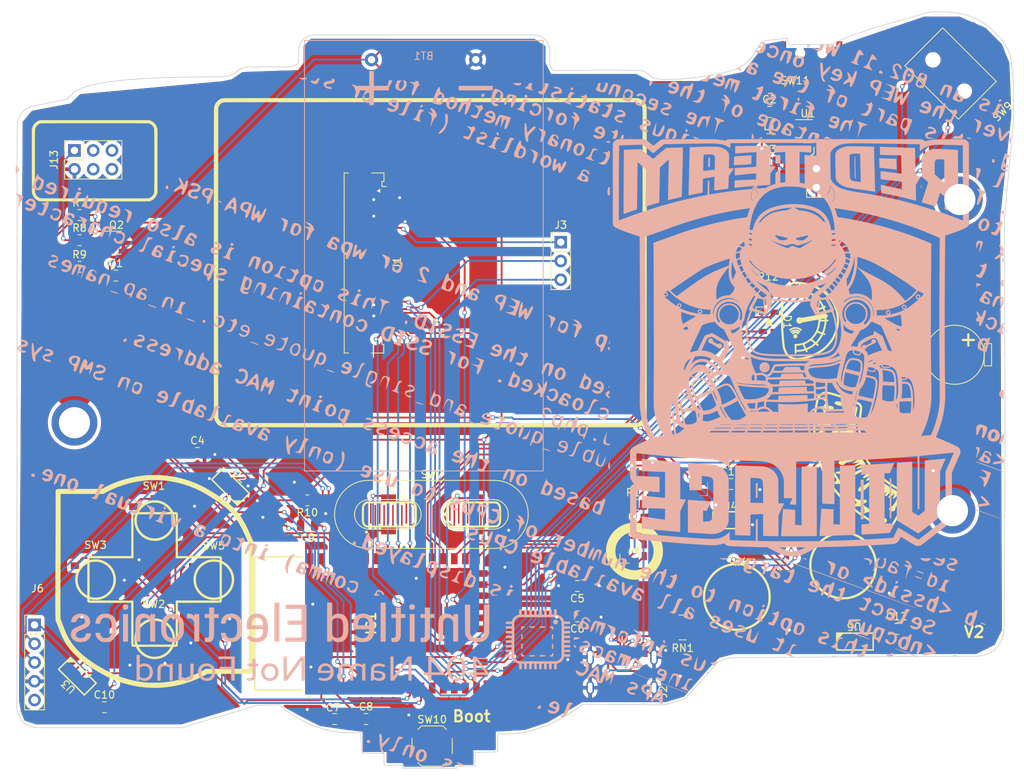
<source format=kicad_pcb>
(kicad_pcb (version 20221018) (generator pcbnew)
  (layers (0 "F.Cu" signal) (31 "B.Cu" signal) (34 "B.Paste" user) (35 "F.Paste" user) (36 "B.SilkS" user "B.Silkscreen") (37 "F.SilkS" user "F.Silkscreen") (38 "B.Mask" user) (39 "F.Mask" user) (44 "Edge.Cuts" user))
  (net 0 "")
  (net 1 "A")
  (net 2 "Buzzer")
  (net 3 "PwrTest")
  (net 4 "/D-")
  (net 5 "/D+")
  (net 6 "Reset")
  (net 7 "R2")
  (net 8 "G2")
  (net 9 "Net-(D1-A)")
  (net 10 "B2")
  (net 11 "R1")
  (net 12 "G1")
  (net 13 "Net-(D2-A)")
  (net 14 "B1")
  (net 15 "Boot")
  (net 16 "BL")
  (net 17 "/SK6812")
  (net 18 "Net-(IC1-IO3)")
  (net 19 "Net-(IC1-IO4)")
  (net 22 "Right")
  (net 23 "Left")
  (net 24 "EnDown")
  (net 25 "EnButton")
  (net 26 "WR")
  (net 27 "SDA")
  (net 28 "RS")
  (net 29 "A_Btn")
  (net 30 "B")
  (net 31 "EnUp")
  (net 32 "Start")
  (net 33 "Select")
  (net 34 "Disp_RESET")
  (net 35 "XR")
  (net 36 "YD")
  (net 37 "XL")
  (net 38 "YU")
  (net 39 "TX")
  (net 40 "RX")
  (net 41 "Up")
  (net 42 "Down")
  (net 43 "K")
  (net 45 "DE")
  (net 65 "+5V")
  (net 66 "Net-(J2-CC1)")
  (net 68 "Net-(J2-CC2)")
  (net 78 "Net-(U1-LX)")
  (net 79 "Net-(Q2-B)")
  (net 80 "Net-(Q2-C)")
  (net 86 "Net-(U2-Dout)")
  (net 87 "Net-(U3-Dout)")
  (net 88 "Net-(U4-Dout)")
  (net 90 "VSS")
  (net 91 "VCC")
  (footprint "Connector_PinHeader_2.54mm:PinHeader_1x03_P2.54mm_Vertical" (layer "F.Cu") (at 150.8 83.275)
    (fp_text reference "J3")
    (fp_text value "Conn_01x03")
  )
  (footprint "Capacitor_SMD:C_0805_2012Metric" (layer "F.Cu") (at 116.55 121.6 180)
    (fp_text reference "C9")
    (fp_text value "100nF")
  )
  (footprint "LOGO" (layer "F.Cu") (at 118.092 121.255)
    (fp_text reference "G***" hide)
    (fp_text value "LOGO" hide)
  )
  (footprint "Capacitor_SMD:C_0805_2012Metric" (layer "F.Cu") (at 179.05 65.65)
    (fp_text reference "C2")
    (fp_text value "10uF")
  )
  (footprint "RedVillage:Threaded_Standoffs" (layer "F.Cu") (at 85.2 110.8)
    (fp_text reference "J11")
    (fp_text value "Conn_01x01")
  )
  (footprint "LOGO" (layer "F.Cu") (at 118.092 121.255)
    (fp_text reference "G***" hide)
    (fp_text value "LOGO" hide)
  )
  (footprint "Capacitor_SMD:C_0805_2012Metric" (layer "F.Cu") (at 196.25 135.6)
    (fp_text reference "C12")
    (fp_text value "100nF")
  )
  (footprint "RedVillage:XL-3227RGB_LED" (layer "F.Cu") (at 178.95 94.05 -90)
    (fp_text reference "D1")
    (fp_text value "LED_RGBA")
  )
  (footprint "Capacitor_SMD:C_0805_2012Metric" (layer "F.Cu") (at 89.05 146.2)
    (fp_text reference "C10")
    (fp_text value "100nF")
  )
  (footprint "Bsides22:FUET-9032-Buzzer" (layer "F.Cu") (at 204.1 94.5 -90)
    (fp_text reference "BZ1")
    (fp_text value "Buzzer")
  )
  (footprint "RedVillage:StartSel" (layer "F.Cu") (at 133.3 120.1)
    (fp_text reference "SW7")
    (fp_text value "Start/Sel")
  )
  (footprint "BreadBoardPwr:SK-3296S_switch" (layer "F.Cu") (at 184.7 57.7)
    (fp_text reference "SW11")
    (fp_text value "SW_SPDT")
  )
  (footprint "Resistor_SMD:R_0805_2012Metric" (layer "F.Cu") (at 161.0875 118.8)
    (fp_text reference "R11")
    (fp_text value "R_Small")
  )
  (footprint "RedVillage:BZCN-TSC005A_Button" (layer "F.Cu") (at 103.9 129)
    (fp_text reference "SW5")
    (fp_text value "Right")
  )
  (footprint "Connector_PinSocket_2.54mm:PinSocket_2x03_P2.54mm_Vertical" (layer "F.Cu") (at 85 70.86 90)
    (fp_text reference "J13")
    (fp_text value "Conn_02x03_Odd_Even")
  )
  (footprint "Connector_PinHeader_2.54mm:PinHeader_1x02_P2.54mm_Vertical" (layer "F.Cu") (at 185.4 73.325)
    (fp_text reference "J7")
    (fp_text value "Conn_01x02")
  )
  (footprint "Button_Switch_SMD:SW_SPST_SKQG_WithoutStem" (layer "F.Cu") (at 133.4 151.45)
    (fp_text reference "SW10")
    (fp_text value "Boot")
  )
  (footprint "Resistor_SMD:R_Array_Convex_4x0603" (layer "F.Cu") (at 167.3 135.4 180)
    (fp_text reference "RN1")
    (fp_text value "5.1k")
  )
  (footprint "Capacitor_SMD:C_0805_2012Metric" (layer "F.Cu") (at 153.05 129.8 180)
    (fp_text reference "C5")
    (fp_text value "20pF")
  )
  (footprint "Capacitor_SMD:C_0805_2012Metric" (layer "F.Cu") (at 120.2 147.8 180)
    (fp_text reference "C7")
    (fp_text value "22uF")
  )
  (footprint "RedVillage:BZCN-TSC005A_Button" (layer "F.Cu") (at 189 126.8)
    (fp_text reference "SW6")
    (fp_text value "B")
  )
  (footprint "BadgePirates:USB_C_Receptical-Jing" (layer "F.Cu") (at 159.1 139.4125)
    (fp_text reference "J2")
    (fp_text value "USB_C_Plug_USB2.0")
  )
  (footprint "RedVillage:BZCN-TSC005A_Button" (layer "F.Cu") (at 174.7 131.2)
    (fp_text reference "SW4")
    (fp_text value "A")
  )
  (footprint "LOGO" (layer "F.Cu") (at 118.092 121.255)
    (fp_text reference "G***" hide)
    (fp_text value "LOGO" hide)
  )
  (footprint "RedVillage:BZCN-TSC005A_Button" (layer "F.Cu") (at 87.9 128.9)
    (fp_text reference "SW3")
    (fp_text value "Left")
  )
  (footprint "Resistor_SMD:R_0805_2012Metric" (layer "F.Cu") (at 116.5125 118.2 180)
    (fp_text reference "R10")
    (fp_text value "1k")
  )
  (footprint "RedVillage:BZCN-TSC005A_Button" (layer "F.Cu") (at 95.8 120.9)
    (fp_text reference "SW1")
    (fp_text value "Up")
  )
  (footprint "LOGO" (layer "F.Cu") (at 118.092 121.255)
    (fp_text reference "G***" hide)
    (fp_text value "LOGO" hide)
  )
  (footprint "Capacitor_SMD:C_0805_2012Metric" (layer "F.Cu") (at 153.05 133.9 180)
    (fp_text reference "C6")
    (fp_text value "20pF")
  )
  (footprint "LOGO" (layer "F.Cu") (at 118.092 121.255)
    (fp_text reference "G***" hide)
    (fp_text value "LOGO" hide)
  )
  (footprint "LOGO" (layer "F.Cu") (at 118.092 121.255)
    (fp_text reference "G***" hide)
    (fp_text value "LOGO" hide)
  )
  (footprint "Inductor_SMD:L_0805_2012Metric" (layer "F.Cu") (at 179.0875 69.15)
    (fp_text reference "L1")
    (fp_text value "10uH")
  )
  (footprint "RedVillage:SIQ-02FVS3_Encoder" (layer "F.Cu") (at 206.465301 57.534699 -45)
    (fp_text reference "SW9")
    (fp_text value "RotaryEncoder_Switch")
  )
  (footprint "Capacitor_SMD:C_0805_2012Metric" (layer "F.Cu") (at 101.65 111.8)
    (fp_text reference "C4")
    (fp_text value "100nF")
  )
  (footprint "Capacitor_SMD:C_0805_2012Metric" (layer "F.Cu") (at 90.6 87.8)
    (fp_text reference "C1")
    (fp_text value "1uF")
  )
  (footprint "RedVillage:Threaded_Standoffs" (layer "F.Cu") (at 204 122.7)
    (fp_text reference "J9")
    (fp_text value "Conn_01x01")
  )
  (footprint "Resistor_SMD:R_0805_2012Metric" (layer "F.Cu") (at 85.6875 83)
    (fp_text reference "R8")
    (fp_text value "10k")
  )
  (footprint "Bsides22:SK6812_Side" (layer "F.Cu") (at 171.55 120.8)
    (fp_text reference "U4")
    (fp_text value "SK6812_Side")
  )
  (footprint "Capacitor_SMD:C_0805_2012Metric" (layer "F.Cu") (at 179 72.4)
    (fp_text reference "C3")
    (fp_text value "22uF")
  )
  (footprint "RedVillage:Threaded_Standoffs" (layer "F.Cu") (at 205 80.6)
    (fp_text reference "J10")
    (fp_text value "Conn_01x01")
  )
  (footprint "Bsides22:SK6812_Side" (layer "F.Cu") (at 104.550431 114.633274 -45)
    (fp_text reference "U2")
    (fp_text value "SK6812_Side")
  )
  (footprint "Resistor_SMD:R_0805_2012Metric" (layer "F.Cu") (at 85.6875 79.6)
    (fp_text reference "R7")
    (fp_text value "1k")
  )
  (footprint "Bsides22:SK6812_Side" (layer "F.Cu") (at 192.925 137.4 180)
    (fp_text reference "U5")
    (fp_text value "SK6812_Side")
  )
  (footprint "LOGO" (layer "F.Cu") (at 118.092 121.255)
    (fp_text reference "G***" hide)
    (fp_text value "LOGO" hide)
  )
  (footprint "KiCad:ESP32S2WROOMIM22S2H3200US3Q0" (layer "F.Cu") (at 124.95 136.04 90)
    (fp_text reference "IC1")
    (fp_text value "ESP32-S2-WROOM-I_M22S2H3200US3Q0_" hide)
  )
  (footprint "Connector_PinHeader_2.54mm:PinHeader_1x05_P2.54mm_Vertical" (layer "F.Cu") (at 79.6 135.06)
    (fp_text reference "J6")
    (fp_text value "Conn_01x05")
  )
  (footprint "Package_TO_SOT_SMD:SOT-23" (layer "F.Cu") (at 90.6875 83.35)
    (fp_text reference "Q2")
    (fp_text value "Q_NPN_BCE")
  )
  (footprint "RedVillage:BZCN-TSC005A_Button" (layer "F.Cu") (at 95.8 136.9)
    (fp_text reference "SW2")
    (fp_text value "Down")
  )
  (footprint "Bsides22:CapSense" (layer "F.Cu") (at 85 107.4)
    (fp_text reference "J4" hide)
    (fp_text value "Cap Sense")
  )
  (footprint "Capacitor_SMD:C_0805_2012Metric" (layer "F.Cu") (at 124.45 147.8)
    (fp_text reference "C8")
    (fp_text value "100nF")
  )
  (footprint "Capacitor_SMD:C_0805_2012Metric" (layer "F.Cu") (at 173.85 116)
    (fp_text reference "C11")
    (fp_text value "100nF")
  )
  (footprint "RedVillage:XL-3227RGB_LED" (layer "F.Cu") (at 160.8 124.95)
    (fp_text reference "D2")
    (fp_text value "LED_RGBA")
  )
  (footprint "Package_TO_SOT_SMD:SOT-23" (layer "F.Cu") (at 184.2375 68.25)
    (fp_text reference "U1")
    (fp_text value "~")
  )
  (footprint "Resistor_SMD:R_0805_2012Metric" (layer "F.Cu") (at 85.6875 86.6)
    (fp_text reference "R9")
    (fp_text value "10R")
  )
  (footprint "RedVillage:Omron_XF2M-4015-1A_1x40-1MP_P0.5mm_Horizontal" (layer "F.Cu") (at 124.95 86.075 -90)
    (fp_text reference "J1")
    (fp_text value "2.8\" Display")
  )
  (footprint "Bsides22:CapSense" (layer "F.Cu") (at 203.8 121.8)
    (fp_text reference "J5" hide)
    (fp_text value "Cap Sense")
  )
  (footprint "Bsides22:SK6812_Side" (layer "F.Cu") (at 86.973313 143.697057 135)
    (fp_text reference "U3")
    (fp_text value "SK6812_Side")
  )
  (footprint "Resistor_SMD:R_0805_2012Metric" (layer "F.Cu") (at 178.8875 89.6)
    (fp_text reference "R12")
    (fp_text value "R_Small")
  )
  (footprint "RedVillage:AA_TH" (layer "B.Cu") (at 132.25 58.575 180)
    (fp_text reference "BT1")
    (fp_text value "Battery")
  )
  (gr_line (start 204.931 118.3057) (end 205.052 118.4153) (stroke (width 0.1)) (layer "Edge.Cuts"))
  (gr_line (start 196.538 53.314) (end 194.935 53.7698) (stroke (width 0.1)) (layer "Edge.Cuts"))
  (gr_line (start 107.6697 59.7227) (end 107.4805 59.8027) (stroke (width 0.1)) (layer "Edge.Cuts"))
  (gr_line (start 202.196 52.0813) (end 201.746 52.0774) (stroke (width 0.1)) (layer "Edge.Cuts"))
  (gr_line (start 206.931 53.0146) (end 206.554 52.8456) (stroke (width 0.1)) (layer "Edge.Cuts"))
  (gr_line (start 202.97 118.2092) (end 203.108 118.1264) (stroke (width 0.1)) (layer "Edge.Cuts"))
  (gr_line (start 139.209 152.312) (end 142.25 152.23) (stroke (width 0.1)) (layer "Edge.Cuts"))
  (gr_line (start 204.488 75.8893) (end 204.651 75.8643) (stroke (width 0.1)) (layer "Edge.Cuts"))
  (gr_line (start 158.086 59.977) (end 157.219 59.9541) (stroke (width 0.1)) (layer "Edge.Cuts"))
  (gr_line (start 202.609 118.5363) (end 202.719 118.4153) (stroke (width 0.1)) (layer "Edge.Cuts"))
  (gr_line (start 202.361 120.2134) (end 202.307 120.0619) (stroke (width 0.1)) (layer "Edge.Cuts"))
  (gr_line (start 203.178 77.6689) (end 203.17 77.5058) (stroke (width 0.1)) (layer "Edge.Cuts"))
  (gr_line (start 177.903 56.3655) (end 177.716 56.6017) (stroke (width 0.1)) (layer "Edge.Cuts"))
  (gr_line (start 203.722 121.2239) (end 203.562 121.2) (stroke (width 0.1)) (layer "Edge.Cuts"))
  (gr_line (start 85.4951 109.2691) (end 85.3387 109.3084) (stroke (width 0.1)) (layer "Edge.Cuts"))
  (gr_line (start 211.972 60.8906) (end 211.895 60.2111) (stroke (width 0.1)) (layer "Edge.Cuts"))
  (gr_line (start 175.673 59.1964) (end 175.462 59.3467) (stroke (width 0.1)) (layer "Edge.Cuts"))
  (gr_line (start 83.4366 107.2106) (end 83.4909 107.059) (stroke (width 0.1)) (layer "Edge.Cuts"))
  (gr_line (start 212.125 66.2226) (end 212.091 65.5709) (stroke (width 0.1)) (layer "Edge.Cuts"))
  (gr_line (start 108.0746 59.6192) (end 107.8681 59.6624) (stroke (width 0.1)) (layer "Edge.Cuts"))
  (gr_line (start 86.5939 107.2106) (end 86.6333 107.367) (stroke (width 0.1)) (layer "Edge.Cuts"))
  (gr_line (start 193.385 54.2282) (end 191.871 54.7093) (stroke (width 0.1)) (layer "Edge.Cuts"))
  (gr_line (start 84.891 63.0447) (end 84.7468 63.1786) (stroke (width 0.1)) (layer "Edge.Cuts"))
  (gr_line (start 86.5307 62.2411) (end 85.953 62.4479) (stroke (width 0.1)) (layer "Edge.Cuts"))
  (gr_line (start 202.307 120.0619) (end 202.267 119.9054) (stroke (width 0.1)) (layer "Edge.Cuts"))
  (gr_line (start 79.5906 148.924) (end 79.9673 148.962) (stroke (width 0.1)) (layer "Edge.Cuts"))
  (gr_line (start 142.25 152.23) (end 142.263 149.793) (stroke (width 0.1)) (layer "Edge.Cuts"))
  (gr_line (start 83.3733 107.8535) (end 83.3653 107.6904) (stroke (width 0.1)) (layer "Edge.Cuts"))
  (gr_line (start 108.7302 59.5669) (end 108.2879 59.5906) (stroke (width 0.1)) (layer "Edge.Cuts"))
  (gr_line (start 202.719 118.4153) (end 202.84 118.3057) (stroke (width 0.1)) (layer "Edge.Cuts"))
  (gr_line (start 210.425 55.8258) (end 210.037 55.3757) (stroke (width 0.1)) (layer "Edge.Cuts"))
  (gr_line (start 205.3 79.0845) (end 205.143 79.1238) (stroke (width 0.1)) (layer "Edge.Cuts"))
  (gr_line (start 174.153 59.9679) (end 173.364 60.1958) (stroke (width 0.1)) (layer "Edge.Cuts"))
  (gr_line (start 114.7753 59.4042) (end 114.5923 59.452) (stroke (width 0.1)) (layer "Edge.Cuts"))
  (gr_line (start 204.983 79.1477) (end 204.82 79.1557) (stroke (width 0.1)) (layer "Edge.Cuts"))
  (gr_line (start 78.2242 65.4327) (end 77.9917 65.657) (stroke (width 0.1)) (layer "Edge.Cuts"))
  (gr_line (start 164.053 61.1959) (end 163.798 61.1567) (stroke (width 0.1)) (layer "Edge.Cuts"))
  (gr_line (start 114.3746 59.4919) (end 113.8237 59.5573) (stroke (width 0.1)) (layer "Edge.Cuts"))
  (gr_line (start 206.554 52.8456) (end 206.173 52.6973) (stroke (width 0.1)) (layer "Edge.Cuts"))
  (gr_line (start 203.653 78.6725) (end 203.544 78.5515) (stroke (width 0.1)) (layer "Edge.Cuts"))
  (gr_line (start 211.414 57.4453) (end 211.239 57.0634) (stroke (width 0.1)) (layer "Edge.Cuts"))
  (gr_line (start 203.364 78.2828) (end 203.296 78.1372) (stroke (width 0.1)) (layer "Edge.Cuts"))
  (gr_line (start 120.028 149.468) (end 120.473 149.541) (stroke (width 0.1)) (layer "Edge.Cuts"))
  (gr_line (start 83.8485 108.8572) (end 83.7389 108.7361) (stroke (width 0.1)) (layer "Edge.Cuts"))
  (gr_line (start 83.4909 108.3219) (end 83.4366 108.1703) (stroke (width 0.1)) (layer "Edge.Cuts"))
  (gr_line (start 97.7982 60.9911) (end 95.1633 61.0976) (stroke (width 0.1)) (layer "Edge.Cuts"))
  (gr_line (start 202.243 119.4189) (end 202.267 119.2586) (stroke (width 0.1)) (layer "Edge.Cuts"))
  (gr_line (start 85.953 62.4479) (end 85.461 62.6721) (stroke (width 0.1)) (layer "Edge.Cuts"))
  (gr_line (start 78.2645 148.397) (end 78.465 148.541) (stroke (width 0.1)) (layer "Edge.Cuts"))
  (gr_line (start 175.235 59.4894) (end 174.992 59.6242) (stroke (width 0.1)) (layer "Edge.Cuts"))
  (gr_line (start 85.4951 106.1118) (end 85.6467 106.166) (stroke (width 0.1)) (layer "Edge.Cuts"))
  (gr_line (start 204.657 79.1477) (end 204.497 79.1238) (stroke (width 0.1)) (layer "Edge.Cuts"))
  (gr_line (start 115.3337 57.9804) (end 115.3379 58.4585) (stroke (width 0.1)) (layer "Edge.Cuts"))
  (gr_line (start 114.9228 147.478) (end 115.4494 147.786) (stroke (width 0.1)) (layer "Edge.Cuts"))
  (gr_line (start 205.535 119.582) (end 205.527 119.7451) (stroke (width 0.1)) (layer "Edge.Cuts"))
  (gr_line (start 177.14 57.5076) (end 176.918 57.8486) (stroke (width 0.1)) (layer "Edge.Cuts"))
  (gr_line (start 210.037 55.3757) (end 209.582 54.9044) (stroke (width 0.1)) (layer "Edge.Cuts"))
  (gr_line (start 202.609 120.6277) (end 202.512 120.4974) (stroke (width 0.1)) (layer "Edge.Cuts"))
  (gr_line (start 210.75 56.2557) (end 210.425 55.8258) (stroke (width 0.1)) (layer "Edge.Cuts"))
  (gr_line (start 79.2547 148.861) (end 79.5906 148.924) (stroke (width 0.1)) (layer "Edge.Cuts"))
  (gr_line (start 172.498 60.4056) (end 171.559 60.5973) (stroke (width 0.1)) (layer "Edge.Cuts"))
  (gr_line (start 149.374 59.317) (end 149.344 59.1168) (stroke (width 0.1)) (layer "Edge.Cuts"))
  (gr_line (start 84.8522 106.0485) (end 85.0153 106.0405) (stroke (width 0.1)) (layer "Edge.Cuts"))
  (gr_line (start 83.5596 106.9135) (end 83.6425 106.775) (stroke (width 0.1)) (layer "Edge.Cuts"))
  (gr_line (start 205.41 120.2134) (end 205.341 120.359) (stroke (width 0.1)) (layer "Edge.Cuts"))
  (gr_line (start 204.931 120.8583) (end 204.801 120.9548) (stroke (width 0.1)) (layer "Edge.Cuts"))
  (gr_line (start 84.3402 63.5212) (end 84.2725 63.5739) (stroke (width 0.1)) (layer "Edge.Cuts"))
  (gr_line (start 176.053 58.8775) (end 175.673 59.1964) (stroke (width 0.1)) (layer "Edge.Cuts"))
  (gr_line (start 129.363 154.43) (end 136.674 154.487) (stroke (width 0.1)) (layer "Edge.Cuts"))
  (gr_line (start 84.8522 109.3324) (end 84.6919 109.3084) (stroke (width 0.1)) (layer "Edge.Cuts"))
  (gr_line (start 202.84 118.3057) (end 202.97 118.2092) (stroke (width 0.1)) (layer "Edge.Cuts"))
  (gr_line (start 84.2383 109.146) (end 84.0998 109.0632) (stroke (width 0.1)) (layer "Edge.Cuts"))
  (gr_line (start 78.7338 65.104) (end 78.4723 65.2503) (stroke (width 0.1)) (layer "Edge.Cuts"))
  (gr_line (start 202.307 119.1021) (end 202.361 118.9506) (stroke (width 0.1)) (layer "Edge.Cuts"))
  (gr_line (start 148.693 55.857) (end 148.542 55.7193) (stroke (width 0.1)) (layer "Edge.Cuts"))
  (gr_line (start 123.88 152.398) (end 126.858 152.445) (stroke (width 0.1)) (layer "Edge.Cuts"))
  (gr_line (start 162.469 60.3834) (end 162.271 60.2605) (stroke (width 0.1)) (layer "Edge.Cuts"))
  (gr_line (start 173.364 60.1958) (end 172.498 60.4056) (stroke (width 0.1)) (layer "Edge.Cuts"))
  (gr_line (start 77.7762 65.9288) (end 77.5809 66.2538) (stroke (width 0.1)) (layer "Edge.Cuts"))
  (gr_line (start 203.447 78.4212) (end 203.364 78.2828) (stroke (width 0.1)) (layer "Edge.Cuts"))
  (gr_line (start 148.201 55.4898) (end 148.015 55.4001) (stroke (width 0.1)) (layer "Edge.Cuts"))
  (gr_line (start 172.131 140.092) (end 172.39 139.922) (stroke (width 0.1)) (layer "Edge.Cuts"))
  (gr_line (start 144.052 149.792) (end 144.897 149.719) (stroke (width 0.1)) (layer "Edge.Cuts"))
  (gr_line (start 203.179 77.3371) (end 203.204 77.1733) (stroke (width 0.1)) (layer "Edge.Cuts"))
  (gr_line (start 203.771 76.2326) (end 203.898 76.1376) (stroke (width 0.1)) (layer "Edge.Cuts"))
  (gr_line (start 200.616 52.1735) (end 200.285 52.2438) (stroke (width 0.1)) (layer "Edge.Cuts"))
  (gr_line (start 83.3973 108.0138) (end 83.3733 107.8535) (stroke (width 0.1)) (layer "Edge.Cuts"))
  (gr_line (start 207.697 139.227) (end 208.014 139.166) (stroke (width 0.1)) (layer "Edge.Cuts"))
  (gr_line (start 90.6199 61.4598) (end 89.6515 61.5843) (stroke (width 0.1)) (layer "Edge.Cuts"))
  (gr_line (start 211.895 60.2111) (end 211.847 59.5418) (stroke (width 0.1)) (layer "Edge.Cuts"))
  (gr_line (start 86.4709 108.4674) (end 86.388 108.6059) (stroke (width 0.1)) (layer "Edge.Cuts"))
  (gr_line (start 136.674 154.487) (end 136.639 154.197) (stroke (width 0.1)) (layer "Edge.Cuts"))
  (gr_line (start 211.549 57.8148) (end 211.414 57.4453) (stroke (width 0.1)) (layer "Edge.Cuts"))
  (gr_line (start 147.258 149.251) (end 147.994 149.019) (stroke (width 0.1)) (layer "Edge.Cuts"))
  (gr_line (start 187.4 56.488) (end 181.67 56.5572) (stroke (width 0.1)) (layer "Edge.Cuts"))
  (gr_line (start 106.1547 60.6776) (end 105.9472 60.7468) (stroke (width 0.1)) (layer "Edge.Cuts"))
  (gr_line (start 84.5308 63.4612) (end 84.4259 63.4834) (stroke (width 0.1)) (layer "Edge.Cuts"))
  (gr_line (start 204.178 75.9855) (end 204.329 75.93) (stroke (width 0.1)) (layer "Edge.Cuts"))
  (gr_line (start 210.065 137.816) (end 210.25 137.52) (stroke (width 0.1)) (layer "Edge.Cuts"))
  (gr_line (start 83.3733 107.5273) (end 83.3973 107.367) (stroke (width 0.1)) (layer "Edge.Cuts"))
  (gr_line (start 84.1805 63.715) (end 84.134 63.8932) (stroke (width 0.1)) (layer "Edge.Cuts"))
  (gr_line (start 173.993 139.503) (end 174.355 139.479) (stroke (width 0.1)) (layer "Edge.Cuts"))
  (gr_line (start 200.285 52.2438) (end 199.963 52.3347) (stroke (width 0.1)) (layer "Edge.Cuts"))
  (gr_line (start 149.774 59.9521) (end 149.652 59.8725) (stroke (width 0.1)) (layer "Edge.Cuts"))
  (gr_line (start 205.341 120.359) (end 205.258 120.4974) (stroke (width 0.1)) (layer "Edge.Cuts"))
  (gr_line (start 206.173 52.6973) (end 205.786 52.5691) (stroke (width 0.1)) (layer "Edge.Cuts"))
  (gr_line (start 202.719 120.7487) (end 202.609 120.6277) (stroke (width 0.1)) (layer "Edge.Cuts"))
  (gr_line (start 203.241 77.9857) (end 203.202 77.8292) (stroke (width 0.1)) (layer "Edge.Cuts"))
  (gr_line (start 176.668 58.1959) (end 176.382 58.5416) (stroke (width 0.1)) (layer "Edge.Cuts"))
  (gr_line (start 208.892 138.852) (end 209.157 138.699) (stroke (width 0.1)) (layer "Edge.Cuts"))
  (gr_line (start 202.267 119.2586) (end 202.307 119.1021) (stroke (width 0.1)) (layer "Edge.Cuts"))
  (gr_line (start 203.452 76.5833) (end 203.547 76.4562) (stroke (width 0.1)) (layer "Edge.Cuts"))
  (gr_line (start 206.47 77.5058) (end 206.47 77.5058) (stroke (width 0.1)) (layer "Edge.Cuts"))
  (gr_line (start 91.6581 61.3492) (end 90.6199 61.4598) (stroke (width 0.1)) (layer "Edge.Cuts"))
  (gr_line (start 85.9307 109.0632) (end 85.7922 109.146) (stroke (width 0.1)) (layer "Edge.Cuts"))
  (gr_line (start 161.754 60.078) (end 161.414 60.0349) (stroke (width 0.1)) (layer "Edge.Cuts"))
  (gr_line (start 149.061 56.3489) (end 148.954 56.1728) (stroke (width 0.1)) (layer "Edge.Cuts"))
  (gr_line (start 204.34 79.0845) (end 204.189 79.0302) (stroke (width 0.1)) (layer "Edge.Cuts"))
  (gr_line (start 167.604 145.031) (end 171.899 140.301) (stroke (width 0.1)) (layer "Edge.Cuts"))
  (gr_line (start 142.263 149.793) (end 143.175 149.816) (stroke (width 0.1)) (layer "Edge.Cuts"))
  (gr_line (start 116.6205 55.4001) (end 116.4337 55.4898) (stroke (width 0.1)) (layer "Edge.Cuts"))
  (gr_line (start 206.438 77.8292) (end 206.399 77.9857) (stroke (width 0.1)) (layer "Edge.Cuts"))
  (gr_line (start 162.641 60.5163) (end 162.469 60.3834) (stroke (width 0.1)) (layer "Edge.Cuts"))
  (gr_line (start 77.2103 146.382) (end 77.3545 146.825) (stroke (width 0.1)) (layer "Edge.Cuts"))
  (gr_line (start 211.847 59.5418) (end 211.781 58.8675) (stroke (width 0.1)) (layer "Edge.Cuts"))
  (gr_line (start 85.1783 106.0485) (end 85.3387 106.0724) (stroke (width 0.1)) (layer "Edge.Cuts"))
  (gr_line (start 77.3545 146.825) (end 77.508 147.262) (stroke (width 0.1)) (layer "Edge.Cuts"))
  (gr_line (start 109.6439 59.5813) (end 108.7302 59.5669) (stroke (width 0.1)) (layer "Edge.Cuts"))
  (gr_line (start 83.6425 108.6059) (end 83.5596 108.4674) (stroke (width 0.1)) (layer "Edge.Cuts"))
  (gr_line (start 115.9418 55.857) (end 115.8041 56.0085) (stroke (width 0.1)) (layer "Edge.Cuts"))
  (gr_line (start 159.57 60.0054) (end 158.847 60.001) (stroke (width 0.1)) (layer "Edge.Cuts"))
  (gr_line (start 147.401 55.2438) (end 147.182 55.2328) (stroke (width 0.1)) (layer "Edge.Cuts"))
  (gr_line (start 147.613 55.276) (end 147.401 55.2438) (stroke (width 0.1)) (layer "Edge.Cuts"))
  (gr_line (start 205.341 118.805) (end 205.41 118.9506) (stroke (width 0.1)) (layer "Edge.Cuts"))
  (gr_line (start 85.0153 106.0405) (end 85.1783 106.0485) (stroke (width 0.1)) (layer "Edge.Cuts"))
  (gr_line (start 205.153 75.8893) (end 205.311 75.93) (stroke (width 0.1)) (layer "Edge.Cuts"))
  (gr_line (start 212.091 65.5709) (end 212.076 64.8645) (stroke (width 0.1)) (layer "Edge.Cuts"))
  (gr_line (start 204.801 118.2092) (end 204.931 118.3057) (stroke (width 0.1)) (layer "Edge.Cuts"))
  (gr_line (start 79.0066 64.9877) (end 78.7338 65.104) (stroke (width 0.1)) (layer "Edge.Cuts"))
  (gr_line (start 149.222 56.7321) (end 149.15 56.5357) (stroke (width 0.1)) (layer "Edge.Cuts"))
  (gr_line (start 171.899 140.301) (end 172.131 140.092) (stroke (width 0.1)) (layer "Edge.Cuts"))
  (gr_line (start 202.97 120.9548) (end 202.84 120.8583) (stroke (width 0.1)) (layer "Edge.Cuts"))
  (gr_line (start 158.847 60.001) (end 158.086 59.977) (stroke (width 0.1)) (layer "Edge.Cuts"))
  (gr_line (start 112.8485 145.889) (end 113.172 146.215) (stroke (width 0.1)) (layer "Edge.Cuts"))
  (gr_line (start 84.0998 106.3176) (end 84.2383 106.2348) (stroke (width 0.1)) (layer "Edge.Cuts"))
  (gr_line (start 86.388 106.775) (end 86.4709 106.9135) (stroke (width 0.1)) (layer "Edge.Cuts"))
  (gr_line (start 77.508 147.262) (end 77.6951 147.68) (stroke (width 0.1)) (layer "Edge.Cuts"))
  (gr_line (start 178.101 56.1748) (end 177.903 56.3655) (stroke (width 0.1)) (layer "Edge.Cuts"))
  (gr_line (start 119.551 149.37) (end 120.028 149.468) (stroke (width 0.1)) (layer "Edge.Cuts"))
  (gr_line (start 86.061 106.4141) (end 86.182 106.5237) (stroke (width 0.1)) (layer "Edge.Cuts"))
  (gr_line (start 147.994 149.019) (end 148.707 148.754) (stroke (width 0.1)) (layer "Edge.Cuts"))
  (gr_line (start 178.317 56.0379) (end 178.206 56.0989) (stroke (width 0.1)) (layer "Edge.Cuts"))
  (gr_line (start 147.182 55.2328) (end 117.4534 55.2328) (stroke (width 0.1)) (layer "Edge.Cuts"))
  (gr_line (start 205.391 52.4596) (end 204.988 52.3666) (stroke (width 0.1)) (layer "Edge.Cuts"))
  (gr_line (start 208.32 139.084) (end 208.612 138.98) (stroke (width 0.1)) (layer "Edge.Cuts"))
  (gr_line (start 166.1 145.558) (end 166.841 145.319) (stroke (width 0.1)) (layer "Edge.Cuts"))
  (gr_line (start 203.17 77.5058) (end 203.179 77.3371) (stroke (width 0.1)) (layer "Edge.Cuts"))
  (gr_line (start 203.562 121.2) (end 203.405 121.1607) (stroke (width 0.1)) (layer "Edge.Cuts"))
  (gr_line (start 205.866 78.7821) (end 205.735 78.8786) (stroke (width 0.1)) (layer "Edge.Cuts"))
  (gr_line (start 205.987 76.3391) (end 206.093 76.4562) (stroke (width 0.1)) (layer "Edge.Cuts"))
  (gr_line (start 203.722 117.9401) (end 203.885 117.9321) (stroke (width 0.1)) (layer "Edge.Cuts"))
  (gr_line (start 115.3286 57.1496) (end 115.3176 57.3686) (stroke (width 0.1)) (layer "Edge.Cuts"))
  (gr_line (start 145.712 149.602) (end 146.498 149.445) (stroke (width 0.1)) (layer "Edge.Cuts"))
  (gr_line (start 207.029 139.29) (end 207.368 139.268) (stroke (width 0.1)) (layer "Edge.Cuts"))
  (gr_line (start 188.894 55.8193) (end 188.149 56.1423) (stroke (width 0.1)) (layer "Edge.Cuts"))
  (gr_line (start 206.344 78.1372) (end 206.276 78.2828) (stroke (width 0.1)) (layer "Edge.Cuts"))
  (gr_line (start 144.897 149.719) (end 145.712 149.602) (stroke (width 0.1)) (layer "Edge.Cuts"))
  (gr_line (start 84.0998 109.0632) (end 83.9696 108.9668) (stroke (width 0.1)) (layer "Edge.Cuts"))
  (gr_line (start 178.206 56.0989) (end 178.101 56.1748) (stroke (width 0.1)) (layer "Edge.Cuts"))
  (gr_line (start 212.072 63.3892) (end 212.056 61.9975) (stroke (width 0.1)) (layer "Edge.Cuts"))
  (gr_line (start 115.3608 56.9371) (end 115.3286 57.1496) (stroke (width 0.1)) (layer "Edge.Cuts"))
  (gr_line (start 209.192 54.5494) (end 208.807 54.2243) (stroke (width 0.1)) (layer "Edge.Cuts"))
  (gr_line (start 149.274 56.9371) (end 149.222 56.7321) (stroke (width 0.1)) (layer "Edge.Cuts"))
  (gr_line (start 211.781 58.8675) (end 211.727 58.5238) (stroke (width 0.1)) (layer "Edge.Cuts"))
  (gr_line (start 205.607 76.0549) (end 205.743 76.1376) (stroke (width 0.1)) (layer "Edge.Cuts"))
  (gr_line (start 83.7389 106.6447) (end 83.8485 106.5237) (stroke (width 0.1)) (layer "Edge.Cuts"))
  (gr_line (start 113.8237 59.5573) (end 110.5322 59.5416) (stroke (width 0.1)) (layer "Edge.Cuts"))
  (gr_line (start 120.892 149.593) (end 121.289 149.625) (stroke (width 0.1)) (layer "Edge.Cuts"))
  (gr_line (start 206.47 77.5058) (end 206.462 77.6689) (stroke (width 0.1)) (layer "Edge.Cuts"))
  (gr_line (start 86.6333 107.367) (end 86.6572 107.5273) (stroke (width 0.1)) (layer "Edge.Cuts"))
  (gr_line (start 116.5723 148.396) (end 117.2611 148.666) (stroke (width 0.1)) (layer "Edge.Cuts"))
  (gr_line (start 204.988 52.3666) (end 204.574 52.2891) (stroke (width 0.1)) (layer "Edge.Cuts"))
  (gr_line (start 149.476 59.643) (end 149.417 59.4923) (stroke (width 0.1)) (layer "Edge.Cuts"))
  (gr_line (start 204.517 121.1064) (end 204.365 121.1607) (stroke (width 0.1)) (layer "Edge.Cuts"))
  (gr_line (start 201.746 52.0774) (end 201.746 52.0774) (stroke (width 0.1)) (layer "Edge.Cuts"))
  (gr_line (start 204.209 117.964) (end 204.365 118.0033) (stroke (width 0.1)) (layer "Edge.Cuts"))
  (gr_line (start 177.716 56.6017) (end 177.532 56.8766) (stroke (width 0.1)) (layer "Edge.Cuts"))
  (gr_line (start 203.296 78.1372) (end 203.241 77.9857) (stroke (width 0.1)) (layer "Edge.Cuts"))
  (gr_line (start 205.41 118.9506) (end 205.464 119.1021) (stroke (width 0.1)) (layer "Edge.Cuts"))
  (gr_line (start 202.512 118.6666) (end 202.609 118.5363) (stroke (width 0.1)) (layer "Edge.Cuts"))
  (gr_line (start 86.182 108.8572) (end 86.061 108.9668) (stroke (width 0.1)) (layer "Edge.Cuts"))
  (gr_line (start 149.417 59.4923) (end 149.374 59.317) (stroke (width 0.1)) (layer "Edge.Cuts"))
  (gr_line (start 173.64 139.543) (end 173.993 139.503) (stroke (width 0.1)) (layer "Edge.Cuts"))
  (gr_line (start 209.408 138.52) (end 209.644 138.314) (stroke (width 0.1)) (layer "Edge.Cuts"))
  (gr_line (start 206.437 77.1733) (end 206.462 77.3371) (stroke (width 0.1)) (layer "Edge.Cuts"))
  (gr_line (start 203.905 78.8786) (end 203.774 78.7821) (stroke (width 0.1)) (layer "Edge.Cuts"))
  (gr_line (start 86.4709 106.9135) (end 86.5397 107.059) (stroke (width 0.1)) (layer "Edge.Cuts"))
  (gr_line (start 119.041 149.244) (end 119.551 149.37) (stroke (width 0.1)) (layer "Edge.Cuts"))
  (gr_line (start 205.735 78.8786) (end 205.597 78.9614) (stroke (width 0.1)) (layer "Edge.Cuts"))
  (gr_line (start 203.544 78.5515) (end 203.447 78.4212) (stroke (width 0.1)) (layer "Edge.Cuts"))
  (gr_line (start 150.073 148.141) (end 150.73 147.795) (stroke (width 0.1)) (layer "Edge.Cuts"))
  (gr_line (start 157.219 59.9541) (end 156.208 59.9645) (stroke (width 0.1)) (layer "Edge.Cuts"))
  (gr_line (start 84.6919 106.0724) (end 84.8522 106.0485) (stroke (width 0.1)) (layer "Edge.Cuts"))
  (gr_line (start 88.7559 61.7249) (end 87.9353 61.8804) (stroke (width 0.1)) (layer "Edge.Cuts"))
  (gr_line (start 212.076 64.8645) (end 212.072 63.3892) (stroke (width 0.1)) (layer "Edge.Cuts"))
  (gr_line (start 83.5596 108.4674) (end 83.4909 108.3219) (stroke (width 0.1)) (layer "Edge.Cuts"))
  (gr_line (start 116.2576 55.5966) (end 116.0933 55.7193) (stroke (width 0.1)) (layer "Edge.Cuts"))
  (gr_line (start 85.6467 106.166) (end 85.7922 106.2348) (stroke (width 0.1)) (layer "Edge.Cuts"))
  (gr_line (start 108.2879 59.5906) (end 108.0746 59.6192) (stroke (width 0.1)) (layer "Edge.Cuts"))
  (gr_line (start 202.243 119.7451) (end 202.235 119.582) (stroke (width 0.1)) (layer "Edge.Cuts"))
  (gr_line (start 81.3331 64.4544) (end 81.0478 64.5361) (stroke (width 0.1)) (layer "Edge.Cuts"))
  (gr_line (start 86.2916 108.7361) (end 86.182 108.8572) (stroke (width 0.1)) (layer "Edge.Cuts"))
  (gr_line (start 86.6333 108.0138) (end 86.5939 108.1703) (stroke (width 0.1)) (layer "Edge.Cuts"))
  (gr_line (start 172.977 139.68) (end 173.301 139.599) (stroke (width 0.1)) (layer "Edge.Cuts"))
  (gr_line (start 211.727 58.5238) (end 211.652 58.1735) (stroke (width 0.1)) (layer "Edge.Cuts"))
  (gr_line (start 203.898 76.1376) (end 204.034 76.0549) (stroke (width 0.1)) (layer "Edge.Cuts"))
  (gr_line (start 85.3387 106.0724) (end 85.4951 106.1118) (stroke (width 0.1)) (layer "Edge.Cuts"))
  (gr_line (start 86.182 106.5237) (end 86.2916 106.6447) (stroke (width 0.1)) (layer "Edge.Cuts"))
  (gr_line (start 84.2197 63.639) (end 84.1805 63.715) (stroke (width 0.1)) (layer "Edge.Cuts"))
  (gr_line (start 95.1633 61.0976) (end 93.9323 61.1689) (stroke (width 0.1)) (layer "Edge.Cuts"))
  (gr_line (start 204.662 118.1264) (end 204.801 118.2092) (stroke (width 0.1)) (layer "Edge.Cuts"))
  (gr_line (start 178.558 55.963) (end 178.434 55.9919) (stroke (width 0.1)) (layer "Edge.Cuts"))
  (gr_line (start 85.3387 109.3084) (end 85.1783 109.3324) (stroke (width 0.1)) (layer "Edge.Cuts"))
  (gr_line (start 106.7547 60.3578) (end 106.5586 60.485) (stroke (width 0.1)) (layer "Edge.Cuts"))
  (gr_line (start 181.435 55.6911) (end 178.833 55.9573) (stroke (width 0.1)) (layer "Edge.Cuts"))
  (gr_line (start 198.209 52.8427) (end 196.538 53.314) (stroke (width 0.1)) (layer "Edge.Cuts"))
  (gr_line (start 148.378 55.5966) (end 148.201 55.4898) (stroke (width 0.1)) (layer "Edge.Cuts"))
  (gr_line (start 77.6951 147.68) (end 77.8082 147.876) (stroke (width 0.1)) (layer "Edge.Cuts"))
  (gr_line (start 113.9662 146.854) (end 114.4267 147.168) (stroke (width 0.1)) (layer "Edge.Cuts"))
  (gr_line (start 106.3586 60.591) (end 106.1547 60.6776) (stroke (width 0.1)) (layer "Edge.Cuts"))
  (gr_line (start 203.547 76.4562) (end 203.653 76.3391) (stroke (width 0.1)) (layer "Edge.Cuts"))
  (gr_line (start 87.9353 61.8804) (end 87.1927 62.0525) (stroke (width 0.1)) (layer "Edge.Cuts"))
  (gr_line (start 136.639 154.197) (end 139.199 154.14) (stroke (width 0.1)) (layer "Edge.Cuts"))
  (gr_line (start 162.036 60.156) (end 161.754 60.078) (stroke (width 0.1)) (layer "Edge.Cuts"))
  (gr_line (start 204.82 79.1557) (end 204.657 79.1477) (stroke (width 0.1)) (layer "Edge.Cuts"))
  (gr_line (start 163.059 60.881) (end 162.952 60.779) (stroke (width 0.1)) (layer "Edge.Cuts"))
  (gr_line (start 106.9468 60.2074) (end 106.7547 60.3578) (stroke (width 0.1)) (layer "Edge.Cuts"))
  (gr_line (start 208.612 138.98) (end 208.892 138.852) (stroke (width 0.1)) (layer "Edge.Cuts"))
  (gr_line (start 105.5212 60.8406) (end 105.0812 60.8877) (stroke (width 0.1)) (layer "Edge.Cuts"))
  (gr_line (start 100.6461 60.927) (end 97.7982 60.9911) (stroke (width 0.1)) (layer "Edge.Cuts"))
  (gr_line (start 210.693 136.433) (end 210.8 136) (stroke (width 0.1)) (layer "Edge.Cuts"))
  (gr_line (start 84.4259 63.4834) (end 84.3402 63.5212) (stroke (width 0.1)) (layer "Edge.Cuts"))
  (gr_line (start 204.82 75.8553) (end 204.989 75.8643) (stroke (width 0.1)) (layer "Edge.Cuts"))
  (gr_line (start 86.2916 106.6447) (end 86.388 106.775) (stroke (width 0.1)) (layer "Edge.Cuts"))
  (gr_line (start 148.542 55.7193) (end 148.378 55.5966) (stroke (width 0.1)) (layer "Edge.Cuts"))
  (gr_line (start 165.976 61.2291) (end 164.635 61.2432) (stroke (width 0.1)) (layer "Edge.Cuts"))
  (gr_line (start 107.3019 59.9049) (end 107.1348 60.032) (stroke (width 0.1)) (layer "Edge.Cuts"))
  (gr_line (start 83.9696 108.9668) (end 83.8485 108.8572) (stroke (width 0.1)) (layer "Edge.Cuts"))
  (gr_line (start 205.535 119.582) (end 205.535 119.582) (stroke (width 0.1)) (layer "Edge.Cuts"))
  (gr_line (start 174.731 59.7493) (end 174.451 59.864) (stroke (width 0.1)) (layer "Edge.Cuts"))
  (gr_line (start 211.239 57.0634) (end 211.02 56.6676) (stroke (width 0.1)) (layer "Edge.Cuts"))
  (gr_line (start 205.052 120.7487) (end 204.931 120.8583) (stroke (width 0.1)) (layer "Edge.Cuts"))
  (gr_line (start 168.328 61.0743) (end 167.122 61.2019) (stroke (width 0.1)) (layer "Edge.Cuts"))
  (gr_line (start 79.2883 64.8958) (end 79.0066 64.9877) (stroke (width 0.1)) (layer "Edge.Cuts"))
  (gr_line (start 205.258 120.4974) (end 205.162 120.6277) (stroke (width 0.1)) (layer "Edge.Cuts"))
  (gr_line (start 86.6572 107.5273) (end 86.6653 107.6904) (stroke (width 0.1)) (layer "Edge.Cuts"))
  (gr_line (start 203.562 117.964) (end 203.722 117.9401) (stroke (width 0.1)) (layer "Edge.Cuts"))
  (gr_line (start 86.6653 107.6904) (end 86.6653 107.6904) (stroke (width 0.1)) (layer "Edge.Cuts"))
  (gr_line (start 161.414 60.0349) (end 161.004 60.035) (stroke (width 0.1)) (layer "Edge.Cuts"))
  (gr_line (start 147.818 55.3285) (end 147.613 55.276) (stroke (width 0.1)) (layer "Edge.Cuts"))
  (gr_line (start 113.5461 146.537) (end 113.9662 146.854) (stroke (width 0.1)) (layer "Edge.Cuts"))
  (gr_line (start 84.2383 106.2348) (end 84.3838 106.166) (stroke (width 0.1)) (layer "Edge.Cuts"))
  (gr_line (start 77.4072 66.6378) (end 77.2574 67.0868) (stroke (width 0.1)) (layer "Edge.Cuts"))
  (gr_line (start 79.5766 64.8229) (end 79.2883 64.8958) (stroke (width 0.1)) (layer "Edge.Cuts"))
  (gr_line (start 211.02 56.6676) (end 210.75 56.2557) (stroke (width 0.1)) (layer "Edge.Cuts"))
  (gr_line (start 77.939 148.063) (end 78.0899 148.237) (stroke (width 0.1)) (layer "Edge.Cuts"))
  (gr_line (start 205.464 120.0619) (end 205.41 120.2134) (stroke (width 0.1)) (layer "Edge.Cuts"))
  (gr_line (start 152.621 146.642) (end 153.833 145.805) (stroke (width 0.1)) (layer "Edge.Cuts"))
  (gr_line (start 210.25 137.52) (end 210.417 137.191) (stroke (width 0.1)) (layer "Edge.Cuts"))
  (gr_line (start 205.462 75.9855) (end 205.607 76.0549) (stroke (width 0.1)) (layer "Edge.Cuts"))
  (gr_line (start 178.691 55.9511) (end 178.558 55.963) (stroke (width 0.1)) (layer "Edge.Cuts"))
  (gr_line (start 107.8681 59.6624) (end 107.6697 59.7227) (stroke (width 0.1)) (layer "Edge.Cuts"))
  (gr_line (start 205.87 76.2326) (end 205.987 76.3391) (stroke (width 0.1)) (layer "Edge.Cuts"))
  (gr_line (start 150.544 60.0453) (end 150.304 60.0549) (stroke (width 0.1)) (layer "Edge.Cuts"))
  (gr_line (start 176.918 57.8486) (end 176.668 58.1959) (stroke (width 0.1)) (layer "Edge.Cuts"))
  (gr_line (start 83.4909 107.059) (end 83.5596 106.9135) (stroke (width 0.1)) (layer "Edge.Cuts"))
  (gr_line (start 162.271 60.2605) (end 162.036 60.156) (stroke (width 0.1)) (layer "Edge.Cuts"))
  (gr_line (start 209.157 138.699) (end 209.408 138.52) (stroke (width 0.1)) (layer "Edge.Cuts"))
  (gr_line (start 154.166 60.0305) (end 150.544 60.0453) (stroke (width 0.1)) (layer "Edge.Cuts"))
  (gr_line (start 152.002 147.043) (end 152.621 146.642) (stroke (width 0.1)) (layer "Edge.Cuts"))
  (gr_line (start 150.098 60.0429) (end 149.922 60.0087) (stroke (width 0.1)) (layer "Edge.Cuts"))
  (gr_line (start 175.462 59.3467) (end 175.235 59.4894) (stroke (width 0.1)) (layer "Edge.Cuts"))
  (gr_line (start 115.8041 56.0085) (end 115.6814 56.1728) (stroke (width 0.1)) (layer "Edge.Cuts"))
  (gr_line (start 149.318 57.3686) (end 149.307 57.1496) (stroke (width 0.1)) (layer "Edge.Cuts"))
  (gr_line (start 203.254 118.0576) (end 203.405 118.0033) (stroke (width 0.1)) (layer "Edge.Cuts"))
  (gr_line (start 106.5586 60.485) (end 106.3586 60.591) (stroke (width 0.1)) (layer "Edge.Cuts"))
  (gr_line (start 206.462 77.6689) (end 206.438 77.8292) (stroke (width 0.1)) (layer "Edge.Cuts"))
  (gr_line (start 153.833 145.805) (end 164.695 145.876) (stroke (width 0.1)) (layer "Edge.Cuts"))
  (gr_line (start 117.8993 148.895) (end 118.491 149.087) (stroke (width 0.1)) (layer "Edge.Cuts"))
  (gr_line (start 83.9696 106.4141) (end 84.0998 106.3176) (stroke (width 0.1)) (layer "Edge.Cuts"))
  (gr_line (start 181.67 56.5572) (end 181.435 55.6911) (stroke (width 0.1)) (layer "Edge.Cuts"))
  (gr_line (start 115.049 59.2756) (end 114.9266 59.3462) (stroke (width 0.1)) (layer "Edge.Cuts"))
  (gr_line (start 210.8 136) (end 210.923 111.1046) (stroke (width 0.1)) (layer "Edge.Cuts"))
  (gr_line (start 202.267 119.9054) (end 202.243 119.7451) (stroke (width 0.1)) (layer "Edge.Cuts"))
  (gr_line (start 116.0933 55.7193) (end 115.9418 55.857) (stroke (width 0.1)) (layer "Edge.Cuts"))
  (gr_line (start 149.652 59.8725) (end 149.554 59.7697) (stroke (width 0.1)) (layer "Edge.Cuts"))
  (gr_line (start 207.679 53.4213) (end 207.306 53.2058) (stroke (width 0.1)) (layer "Edge.Cuts"))
  (gr_line (start 167.122 61.2019) (end 165.976 61.2291) (stroke (width 0.1)) (layer "Edge.Cuts"))
  (gr_line (start 170.549 60.7725) (end 169.471 60.9311) (stroke (width 0.1)) (layer "Edge.Cuts"))
  (gr_line (start 204.329 75.93) (end 204.488 75.8893) (stroke (width 0.1)) (layer "Edge.Cuts"))
  (gr_line (start 117.0219 55.276) (end 116.8169 55.3285) (stroke (width 0.1)) (layer "Edge.Cuts"))
  (gr_line (start 115.1454 59.1901) (end 115.049 59.2756) (stroke (width 0.1)) (layer "Edge.Cuts"))
  (gr_line (start 163.798 61.1567) (end 163.57 61.1063) (stroke (width 0.1)) (layer "Edge.Cuts"))
  (gr_line (start 86.6653 107.6904) (end 86.6653 107.6904) (stroke (width 0.1)) (layer "Edge.Cuts"))
  (gr_line (start 85.7922 109.146) (end 85.6467 109.2148) (stroke (width 0.1)) (layer "Edge.Cuts"))
  (gr_line (start 115.3176 57.3686) (end 115.3337 57.9804) (stroke (width 0.1)) (layer "Edge.Cuts"))
  (gr_line (start 78.957 148.775) (end 79.2547 148.861) (stroke (width 0.1)) (layer "Edge.Cuts"))
  (gr_line (start 202.361 118.9506) (end 202.43 118.805) (stroke (width 0.1)) (layer "Edge.Cuts"))
  (gr_line (start 110.0961 59.5785) (end 109.6439 59.5813) (stroke (width 0.1)) (layer "Edge.Cuts"))
  (gr_line (start 78.4723 65.2503) (end 78.2242 65.4327) (stroke (width 0.1)) (layer "Edge.Cuts"))
  (gr_line (start 79.9673 148.962) (end 99.5661 148.961) (stroke (width 0.1)) (layer "Edge.Cuts"))
  (gr_line (start 115.4133 56.7321) (end 115.3608 56.9371) (stroke (width 0.1)) (layer "Edge.Cuts"))
  (gr_line (start 107.4805 59.8027) (end 107.3019 59.9049) (stroke (width 0.1)) (layer "Edge.Cuts"))
  (gr_line (start 162.952 60.779) (end 162.641 60.5163) (stroke (width 0.1)) (layer "Edge.Cuts"))
  (gr_line (start 84.3838 106.166) (end 84.5354 106.1118) (stroke (width 0.1)) (layer "Edge.Cuts"))
  (gr_line (start 86.5397 108.3219) (end 86.4709 108.4674) (stroke (width 0.1)) (layer "Edge.Cuts"))
  (gr_line (start 206.096 78.5515) (end 205.987 78.6725) (stroke (width 0.1)) (layer "Edge.Cuts"))
  (gr_line (start 191.871 54.7093) (end 190.379 55.2333) (stroke (width 0.1)) (layer "Edge.Cuts"))
  (gr_line (start 205.162 118.5363) (end 205.258 118.6666) (stroke (width 0.1)) (layer "Edge.Cuts"))
  (gr_line (start 99.5661 148.961) (end 109.7665 145.923) (stroke (width 0.1)) (layer "Edge.Cuts"))
  (gr_line (start 149.399 148.461) (end 150.073 148.141) (stroke (width 0.1)) (layer "Edge.Cuts"))
  (gr_line (start 115.2186 59.0875) (end 115.1454 59.1901) (stroke (width 0.1)) (layer "Edge.Cuts"))
  (gr_line (start 205.503 119.9054) (end 205.464 120.0619) (stroke (width 0.1)) (layer "Edge.Cuts"))
  (gr_line (start 149.15 56.5357) (end 149.061 56.3489) (stroke (width 0.1)) (layer "Edge.Cuts"))
  (gr_line (start 156.208 59.9645) (end 154.166 60.0305) (stroke (width 0.1)) (layer "Edge.Cuts"))
  (gr_line (start 85.6467 109.2148) (end 85.4951 109.2691) (stroke (width 0.1)) (layer "Edge.Cuts"))
  (gr_line (start 115.3379 58.4585) (end 115.3072 58.8213) (stroke (width 0.1)) (layer "Edge.Cuts"))
  (gr_line (start 105.9472 60.7468) (end 105.5212 60.8406) (stroke (width 0.1)) (layer "Edge.Cuts"))
  (gr_line (start 85.1783 109.3324) (end 85.0153 109.3404) (stroke (width 0.1)) (layer "Edge.Cuts"))
  (gr_line (start 129.351 154.067) (end 129.363 154.43) (stroke (width 0.1)) (layer "Edge.Cuts"))
  (gr_line (start 86.061 108.9668) (end 85.9307 109.0632) (stroke (width 0.1)) (layer "Edge.Cuts"))
  (gr_line (start 84.134 63.8932) (end 81.3331 64.4544) (stroke (width 0.1)) (layer "Edge.Cuts"))
  (gr_line (start 117.2611 148.666) (end 117.8993 148.895) (stroke (width 0.1)) (layer "Edge.Cuts"))
  (gr_line (start 210.923 111.1046) (end 210.833 80.1049) (stroke (width 0.1)) (layer "Edge.Cuts"))
  (gr_line (start 203.405 121.1607) (end 203.254 121.1064) (stroke (width 0.1)) (layer "Edge.Cuts"))
  (gr_line (start 80.1657 64.7097) (end 79.5766 64.8229) (stroke (width 0.1)) (layer "Edge.Cuts"))
  (gr_line (start 209.644 138.314) (end 209.863 138.08) (stroke (width 0.1)) (layer "Edge.Cuts"))
  (gr_line (start 203.774 78.7821) (end 203.653 78.6725) (stroke (width 0.1)) (layer "Edge.Cuts"))
  (gr_line (start 103.6847 60.9017) (end 100.6461 60.927) (stroke (width 0.1)) (layer "Edge.Cuts"))
  (gr_line (start 139.199 154.14) (end 139.209 152.312) (stroke (width 0.1)) (layer "Edge.Cuts"))
  (gr_line (start 205.786 52.5691) (end 205.391 52.4596) (stroke (width 0.1)) (layer "Edge.Cuts"))
  (gr_line (start 85.461 62.6721) (end 85.2481 62.7915) (stroke (width 0.1)) (layer "Edge.Cuts"))
  (gr_line (start 190.379 55.2333) (end 189.637 55.5175) (stroke (width 0.1)) (layer "Edge.Cuts"))
  (gr_line (start 204.497 79.1238) (end 204.34 79.0845) (stroke (width 0.1)) (layer "Edge.Cuts"))
  (gr_line (start 211.652 58.1735) (end 211.549 57.8148) (stroke (width 0.1)) (layer "Edge.Cuts"))
  (gr_line (start 160.281 60.0102) (end 159.57 60.0054) (stroke (width 0.1)) (layer "Edge.Cuts"))
  (gr_line (start 210.833 80.1049) (end 212.125 66.2226) (stroke (width 0.1)) (layer "Edge.Cuts"))
  (gr_line (start 203.108 118.1264) (end 203.254 118.0576) (stroke (width 0.1)) (layer "Edge.Cuts"))
  (gr_line (start 84.7468 63.1786) (end 84.627 63.3171) (stroke (width 0.1)) (layer "Edge.Cuts"))
  (gr_line (start 202.43 120.359) (end 202.361 120.2134) (stroke (width 0.1)) (layer "Edge.Cuts"))
  (gr_line (start 204.048 121.2239) (end 203.885 121.2319) (stroke (width 0.1)) (layer "Edge.Cuts"))
  (gr_line (start 126.858 152.445) (end 126.909 154.031) (stroke (width 0.1)) (layer "Edge.Cuts"))
  (gr_line (start 202.43 118.805) (end 202.512 118.6666) (stroke (width 0.1)) (layer "Edge.Cuts"))
  (gr_line (start 148.707 148.754) (end 149.399 148.461) (stroke (width 0.1)) (layer "Edge.Cuts"))
  (gr_line (start 83.8485 106.5237) (end 83.9696 106.4141) (stroke (width 0.1)) (layer "Edge.Cuts"))
  (gr_line (start 204.651 75.8643) (end 204.82 75.8553) (stroke (width 0.1)) (layer "Edge.Cuts"))
  (gr_line (start 204.189 79.0302) (end 204.043 78.9614) (stroke (width 0.1)) (layer "Edge.Cuts"))
  (gr_line (start 149.307 57.1496) (end 149.274 56.9371) (stroke (width 0.1)) (layer "Edge.Cuts"))
  (gr_line (start 115.2716 58.9653) (end 115.2186 59.0875) (stroke (width 0.1)) (layer "Edge.Cuts"))
  (gr_line (start 83.6425 106.775) (end 83.7389 106.6447) (stroke (width 0.1)) (layer "Edge.Cuts"))
  (gr_line (start 206.193 78.4212) (end 206.096 78.5515) (stroke (width 0.1)) (layer "Edge.Cuts"))
  (gr_line (start 210.565 136.83) (end 210.693 136.433) (stroke (width 0.1)) (layer "Edge.Cuts"))
  (gr_line (start 105.0812 60.8877) (end 104.6281 60.9034) (stroke (width 0.1)) (layer "Edge.Cuts"))
  (gr_line (start 202.84 120.8583) (end 202.719 120.7487) (stroke (width 0.1)) (layer "Edge.Cuts"))
  (gr_line (start 176.382 58.5416) (end 176.053 58.8775) (stroke (width 0.1)) (layer "Edge.Cuts"))
  (gr_line (start 203.369 76.7193) (end 203.452 76.5833) (stroke (width 0.1)) (layer "Edge.Cuts"))
  (gr_line (start 204.365 121.1607) (end 204.209 121.2) (stroke (width 0.1)) (layer "Edge.Cuts"))
  (gr_line (start 92.7629 61.2521) (end 91.6581 61.3492) (stroke (width 0.1)) (layer "Edge.Cuts"))
  (gr_line (start 115.4849 56.5357) (end 115.4133 56.7321) (stroke (width 0.1)) (layer "Edge.Cuts"))
  (gr_line (start 205.597 78.9614) (end 205.451 79.0302) (stroke (width 0.1)) (layer "Edge.Cuts"))
  (gr_line (start 77.9917 65.657) (end 77.7762 65.9288) (stroke (width 0.1)) (layer "Edge.Cuts"))
  (gr_line (start 78.0899 148.237) (end 78.2645 148.397) (stroke (width 0.1)) (layer "Edge.Cuts"))
  (gr_line (start 173.301 139.599) (end 173.64 139.543) (stroke (width 0.1)) (layer "Edge.Cuts"))
  (gr_line (start 206.399 77.9857) (end 206.344 78.1372) (stroke (width 0.1)) (layer "Edge.Cuts"))
  (gr_line (start 122.38 149.644) (end 123.755 149.606) (stroke (width 0.1)) (layer "Edge.Cuts"))
  (gr_line (start 149.922 60.0087) (end 149.774 59.9521) (stroke (width 0.1)) (layer "Edge.Cuts"))
  (gr_line (start 150.73 147.795) (end 151.373 147.428) (stroke (width 0.1)) (layer "Edge.Cuts"))
  (gr_line (start 120.473 149.541) (end 120.892 149.593) (stroke (width 0.1)) (layer "Edge.Cuts"))
  (gr_line (start 150.304 60.0549) (end 150.098 60.0429) (stroke (width 0.1)) (layer "Edge.Cuts"))
  (gr_line (start 115.4494 147.786) (end 116.5723 148.396) (stroke (width 0.1)) (layer "Edge.Cuts"))
  (gr_line (start 174.992 59.6242) (end 174.731 59.7493) (stroke (width 0.1)) (layer "Edge.Cuts"))
  (gr_line (start 163.37 61.044) (end 163.199 60.9691) (stroke (width 0.1)) (layer "Edge.Cuts"))
  (gr_line (start 151.373 147.428) (end 152.002 147.043) (stroke (width 0.1)) (layer "Edge.Cuts"))
  (gr_line (start 212.026 61.396) (end 211.972 60.8906) (stroke (width 0.1)) (layer "Edge.Cuts"))
  (gr_line (start 206.396 77.0151) (end 206.437 77.1733) (stroke (width 0.1)) (layer "Edge.Cuts"))
  (gr_line (start 205.311 75.93) (end 205.462 75.9855) (stroke (width 0.1)) (layer "Edge.Cuts"))
  (gr_line (start 203.244 77.0151) (end 203.3 76.8635) (stroke (width 0.1)) (layer "Edge.Cuts"))
  (gr_line (start 161.004 60.035) (end 160.281 60.0102) (stroke (width 0.1)) (layer "Edge.Cuts"))
  (gr_line (start 189.637 55.5175) (end 188.894 55.8193) (stroke (width 0.1)) (layer "Edge.Cuts"))
  (gr_line (start 85.7922 106.2348) (end 85.9307 106.3176) (stroke (width 0.1)) (layer "Edge.Cuts"))
  (gr_line (start 84.6919 109.3084) (end 84.5354 109.2691) (stroke (width 0.1)) (layer "Edge.Cuts"))
  (gr_line (start 163.199 60.9691) (end 163.059 60.881) (stroke (width 0.1)) (layer "Edge.Cuts"))
  (gr_line (start 205.535 119.582) (end 205.535 119.582) (stroke (width 0.1)) (layer "Edge.Cuts"))
  (gr_line (start 83.7389 108.7361) (end 83.6425 108.6059) (stroke (width 0.1)) (layer "Edge.Cuts"))
  (gr_line (start 209.582 54.9044) (end 209.192 54.5494) (stroke (width 0.1)) (layer "Edge.Cuts"))
  (gr_line (start 208.428 53.9293) (end 208.053 53.6621) (stroke (width 0.1)) (layer "Edge.Cuts"))
  (gr_line (start 149.344 59.1168) (end 149.316 58.6398) (stroke (width 0.1)) (layer "Edge.Cuts"))
  (gr_line (start 84.627 63.3171) (end 84.5308 63.4612) (stroke (width 0.1)) (layer "Edge.Cuts"))
  (gr_line (start 205.527 119.7451) (end 205.503 119.9054) (stroke (width 0.1)) (layer "Edge.Cuts"))
  (gr_line (start 149.554 59.7697) (end 149.476 59.643) (stroke (width 0.1)) (layer "Edge.Cuts"))
  (gr_line (start 204.989 75.8643) (end 205.153 75.8893) (stroke (width 0.1)) (layer "Edge.Cuts"))
  (gr_line (start 83.3653 107.6904) (end 83.3733 107.5273) (stroke (width 0.1)) (layer "Edge.Cuts"))
  (gr_line (start 89.6515 61.5843) (end 88.7559 61.7249) (stroke (width 0.1)) (layer "Edge.Cuts"))
  (gr_line (start 78.695 148.668) (end 78.957 148.775) (stroke (width 0.1)) (layer "Edge.Cuts"))
  (gr_line (start 115.3072 58.8213) (end 115.2716 58.9653) (stroke (width 0.1)) (layer "Edge.Cuts"))
  (gr_line (start 205.503 119.2586) (end 205.527 119.4189) (stroke (width 0.1)) (layer "Edge.Cuts"))
  (gr_line (start 81.0478 64.5361) (end 80.7569 64.6022) (stroke (width 0.1)) (layer "Edge.Cuts"))
  (gr_line (start 204.365 118.0033) (end 204.517 118.0576) (stroke (width 0.1)) (layer "Edge.Cuts"))
  (gr_line (start 188.149 56.1423) (end 187.4 56.488) (stroke (width 0.1)) (layer "Edge.Cuts"))
  (gr_line (start 205.162 120.6277) (end 205.052 120.7487) (stroke (width 0.1)) (layer "Edge.Cuts"))
  (gr_line (start 199.963 52.3347) (end 198.209 52.8427) (stroke (width 0.1)) (layer "Edge.Cuts"))
  (gr_line (start 93.9323 61.1689) (end 92.7629 61.2521) (stroke (width 0.1)) (layer "Edge.Cuts"))
  (gr_line (start 121.666 149.643) (end 122.38 149.644) (stroke (width 0.1)) (layer "Edge.Cuts"))
  (gr_line (start 126.909 154.031) (end 129.351 154.067) (stroke (width 0.1)) (layer "Edge.Cuts"))
  (gr_line (start 163.57 61.1063) (end 163.37 61.044) (stroke (width 0.1)) (layer "Edge.Cuts"))
  (gr_line (start 206.34 76.8635) (end 206.396 77.0151) (stroke (width 0.1)) (layer "Edge.Cuts"))
  (gr_line (start 203.254 121.1064) (end 203.108 121.0376) (stroke (width 0.1)) (layer "Edge.Cuts"))
  (gr_line (start 78.465 148.541) (end 78.695 148.668) (stroke (width 0.1)) (layer "Edge.Cuts"))
  (gr_line (start 202.235 119.582) (end 202.243 119.4189) (stroke (width 0.1)) (layer "Edge.Cuts"))
  (gr_line (start 177.532 56.8766) (end 177.14 57.5076) (stroke (width 0.1)) (layer "Edge.Cuts"))
  (gr_line (start 203.885 117.9321) (end 204.048 117.9401) (stroke (width 0.1)) (layer "Edge.Cuts"))
  (gr_line (start 205.987 78.6725) (end 205.866 78.7821) (stroke (width 0.1)) (layer "Edge.Cuts"))
  (gr_line (start 80.7569 64.6022) (end 80.1657 64.7097) (stroke (width 0.1)) (layer "Edge.Cuts"))
  (gr_line (start 115.6814 56.1728) (end 115.5746 56.3489) (stroke (width 0.1)) (layer "Edge.Cuts"))
  (gr_line (start 148.015 55.4001) (end 147.818 55.3285) (stroke (width 0.1)) (layer "Edge.Cuts"))
  (gr_line (start 203.885 121.2319) (end 203.722 121.2239) (stroke (width 0.1)) (layer "Edge.Cuts"))
  (gr_line (start 164.695 145.876) (end 165.384 145.745) (stroke (width 0.1)) (layer "Edge.Cuts"))
  (gr_line (start 116.8169 55.3285) (end 116.6205 55.4001) (stroke (width 0.1)) (layer "Edge.Cuts"))
  (gr_line (start 114.4267 147.168) (end 114.9228 147.478) (stroke (width 0.1)) (layer "Edge.Cuts"))
  (gr_line (start 209.863 138.08) (end 210.065 137.816) (stroke (width 0.1)) (layer "Edge.Cuts"))
  (gr_line (start 104.6281 60.9034) (end 103.6847 60.9017) (stroke (width 0.1)) (layer "Edge.Cuts"))
  (gr_line (start 149.316 58.6398) (end 149.318 57.3686) (stroke (width 0.1)) (layer "Edge.Cuts"))
  (gr_line (start 164.635 61.2432) (end 164.053 61.1959) (stroke (width 0.1)) (layer "Edge.Cuts"))
  (gr_line (start 206.47 77.5058) (end 206.47 77.5058) (stroke (width 0.1)) (layer "Edge.Cuts"))
  (gr_line (start 172.673 139.786) (end 172.977 139.68) (stroke (width 0.1)) (layer "Edge.Cuts"))
  (gr_line (start 208.053 53.6621) (end 207.679 53.4213) (stroke (width 0.1)) (layer "Edge.Cuts"))
  (gr_line (start 166.841 145.319) (end 167.604 145.031) (stroke (width 0.1)) (layer "Edge.Cuts"))
  (gr_line (start 118.491 149.087) (end 119.041 149.244) (stroke (width 0.1)) (layer "Edge.Cuts"))
  (gr_line (start 84.2725 63.5739) (end 84.2197 63.639) (stroke (width 0.1)) (layer "Edge.Cuts"))
  (gr_line (start 121.289 149.625) (end 121.666 149.643) (stroke (width 0.1)) (layer "Edge.Cuts"))
  (gr_line (start 114.5923 59.452) (end 114.3746 59.4919) (stroke (width 0.1)) (layer "Edge.Cuts"))
  (gr_line (start 83.3973 107.367) (end 83.4366 107.2106) (stroke (width 0.1)) (layer "Edge.Cuts"))
  (gr_line (start 77.5809 66.2538) (end 77.4072 66.6378) (stroke (width 0.1)) (layer "Edge.Cuts"))
  (gr_line (start 205.527 119.4189) (end 205.535 119.582) (stroke (width 0.1)) (layer "Edge.Cuts"))
  (gr_line (start 77.2574 67.0868) (end 77.2103 146.382) (stroke (width 0.1)) (layer "Edge.Cuts"))
  (gr_line (start 146.498 149.445) (end 147.258 149.251) (stroke (width 0.1)) (layer "Edge.Cuts"))
  (gr_line (start 207.368 139.268) (end 207.697 139.227) (stroke (width 0.1)) (layer "Edge.Cuts"))
  (gr_line (start 204.149 52.226) (end 203.256 52.1366) (stroke (width 0.1)) (layer "Edge.Cuts"))
  (gr_line (start 206.093 76.4562) (end 206.188 76.5833) (stroke (width 0.1)) (layer "Edge.Cuts"))
  (gr_line (start 148.954 56.1728) (end 148.831 56.0085) (stroke (width 0.1)) (layer "Edge.Cuts"))
  (gr_line (start 201.338 52.0914) (end 200.964 52.1229) (stroke (width 0.1)) (layer "Edge.Cuts"))
  (gr_line (start 212.056 61.9975) (end 212.026 61.396) (stroke (width 0.1)) (layer "Edge.Cuts"))
  (gr_line (start 178.434 55.9919) (end 178.317 56.0379) (stroke (width 0.1)) (layer "Edge.Cuts"))
  (gr_line (start 77.8082 147.876) (end 77.939 148.063) (stroke (width 0.1)) (layer "Edge.Cuts"))
  (gr_line (start 204.517 118.0576) (end 204.662 118.1264) (stroke (width 0.1)) (layer "Edge.Cuts"))
  (gr_line (start 171.559 60.5973) (end 170.549 60.7725) (stroke (width 0.1)) (layer "Edge.Cuts"))
  (gr_line (start 208.807 54.2243) (end 208.428 53.9293) (stroke (width 0.1)) (layer "Edge.Cuts"))
  (gr_line (start 204.048 117.9401) (end 204.209 117.964) (stroke (width 0.1)) (layer "Edge.Cuts"))
  (gr_line (start 210.417 137.191) (end 210.565 136.83) (stroke (width 0.1)) (layer "Edge.Cuts"))
  (gr_line (start 203.204 77.1733) (end 203.244 77.0151) (stroke (width 0.1)) (layer "Edge.Cuts"))
  (gr_line (start 203.108 121.0376) (end 202.97 120.9548) (stroke (width 0.1)) (layer "Edge.Cuts"))
  (gr_line (start 123.755 149.606) (end 123.88 152.398) (stroke (width 0.1)) (layer "Edge.Cuts"))
  (gr_line (start 204.034 76.0549) (end 204.178 75.9855) (stroke (width 0.1)) (layer "Edge.Cuts"))
  (gr_line (start 205.143 79.1238) (end 204.983 79.1477) (stroke (width 0.1)) (layer "Edge.Cuts"))
  (gr_line (start 205.451 79.0302) (end 205.3 79.0845) (stroke (width 0.1)) (layer "Edge.Cuts"))
  (gr_line (start 117.4534 55.2328) (end 117.2344 55.2438) (stroke (width 0.1)) (layer "Edge.Cuts"))
  (gr_line (start 172.39 139.922) (end 172.673 139.786) (stroke (width 0.1)) (layer "Edge.Cuts"))
  (gr_line (start 84.5354 106.1118) (end 84.6919 106.0724) (stroke (width 0.1)) (layer "Edge.Cuts"))
  (gr_line (start 86.6653 107.6904) (end 86.6572 107.8535) (stroke (width 0.1)) (layer "Edge.Cuts"))
  (gr_line (start 205.052 118.4153) (end 205.162 118.5363) (stroke (width 0.1)) (layer "Edge.Cuts"))
  (gr_line (start 85.9307 106.3176) (end 86.061 106.4141) (stroke (width 0.1)) (layer "Edge.Cuts"))
  (gr_line (start 204.574 52.2891) (end 204.149 52.226) (stroke (width 0.1)) (layer "Edge.Cuts"))
  (gr_line (start 206.462 77.3371) (end 206.47 77.5058) (stroke (width 0.1)) (layer "Edge.Cuts"))
  (gr_line (start 86.5939 108.1703) (end 86.5397 108.3219) (stroke (width 0.1)) (layer "Edge.Cuts"))
  (gr_line (start 83.4366 108.1703) (end 83.3973 108.0138) (stroke (width 0.1)) (layer "Edge.Cuts"))
  (gr_line (start 116.4337 55.4898) (end 116.2576 55.5966) (stroke (width 0.1)) (layer "Edge.Cuts"))
  (gr_line (start 205.464 119.1021) (end 205.503 119.2586) (stroke (width 0.1)) (layer "Edge.Cuts"))
  (gr_line (start 117.2344 55.2438) (end 117.0219 55.276) (stroke (width 0.1)) (layer "Edge.Cuts"))
  (gr_line (start 203.3 76.8635) (end 203.369 76.7193) (stroke (width 0.1)) (layer "Edge.Cuts"))
  (gr_line (start 148.831 56.0085) (end 148.693 55.857) (stroke (width 0.1)) (layer "Edge.Cuts"))
  (gr_line (start 85.0579 62.9155) (end 84.891 63.0447) (stroke (width 0.1)) (layer "Edge.Cuts"))
  (gr_line (start 203.256 52.1366) (end 202.196 52.0813) (stroke (width 0.1)) (layer "Edge.Cuts"))
  (gr_line (start 86.6572 107.8535) (end 86.6333 108.0138) (stroke (width 0.1)) (layer "Edge.Cuts"))
  (gr_line (start 202.512 120.4974) (end 202.43 120.359) (stroke (width 0.1)) (layer "Edge.Cuts"))
  (gr_line (start 204.209 121.2) (end 204.048 121.2239) (stroke (width 0.1)) (layer "Edge.Cuts"))
  (gr_line (start 205.258 118.6666) (end 205.341 118.805) (stroke (width 0.1)) (layer "Edge.Cuts"))
  (gr_line (start 203.653 76.3391) (end 203.771 76.2326) (stroke (width 0.1)) (layer "Edge.Cuts"))
  (gr_line (start 165.384 145.745) (end 166.1 145.558) (stroke (width 0.1)) (layer "Edge.Cuts"))
  (gr_line (start 174.451 59.864) (end 174.153 59.9679) (stroke (width 0.1)) (layer "Edge.Cuts"))
  (gr_line (start 203.405 118.0033) (end 203.562 117.964) (stroke (width 0.1)) (layer "Edge.Cuts"))
  (gr_line (start 201.746 52.0774) (end 201.338 52.0914) (stroke (width 0.1)) (layer "Edge.Cuts"))
  (gr_line (start 115.5746 56.3489) (end 115.4849 56.5357) (stroke (width 0.1)) (layer "Edge.Cuts"))
  (gr_line (start 205.743 76.1376) (end 205.87 76.2326) (stroke (width 0.1)) (layer "Edge.Cuts"))
  (gr_line (start 200.964 52.1229) (end 200.616 52.1735) (stroke (width 0.1)) (layer "Edge.Cuts"))
  (gr_line (start 207.306 53.2058) (end 206.931 53.0146) (stroke (width 0.1)) (layer "Edge.Cuts"))
  (gr_line (start 174.355 139.479) (end 207.029 139.29) (stroke (width 0.1)) (layer "Edge.Cuts"))
  (gr_line (start 86.5397 107.059) (end 86.5939 107.2106) (stroke (width 0.1)) (layer "Edge.Cuts"))
  (gr_line (start 206.276 78.2828) (end 206.193 78.4212) (stroke (width 0.1)) (layer "Edge.Cuts"))
  (gr_line (start 204.043 78.9614) (end 203.905 78.8786) (stroke (width 0.1)) (layer "Edge.Cuts"))
  (gr_line (start 84.5354 109.2691) (end 84.3838 109.2148) (stroke (width 0.1)) (layer "Edge.Cuts"))
  (gr_line (start 85.2481 62.7915) (end 85.0579 62.9155) (stroke (width 0.1)) (layer "Edge.Cuts"))
  (gr_line (start 203.202 77.8292) (end 203.178 77.6689) (stroke (width 0.1)) (layer "Edge.Cuts"))
  (gr_line (start 110.5322 59.5416) (end 110.0961 59.5785) (stroke (width 0.1)) (layer "Edge.Cuts"))
  (gr_line (start 169.471 60.9311) (end 168.328 61.0743) (stroke (width 0.1)) (layer "Edge.Cuts"))
  (gr_line (start 194.935 53.7698) (end 193.385 54.2282) (stroke (width 0.1)) (layer "Edge.Cuts"))
  (gr_line (start 114.9266 59.3462) (end 114.7753 59.4042) (stroke (width 0.1)) (layer "Edge.Cuts"))
  (gr_line (start 206.188 76.5833) (end 206.271 76.7193) (stroke (width 0.1)) (layer "Edge.Cuts"))
  (gr_line (start 206.271 76.7193) (end 206.34 76.8635) (stroke (width 0.1)) (layer "Edge.Cuts"))
  (gr_line (start 178.833 55.9573) (end 178.691 55.9511) (stroke (width 0.1)) (layer "Edge.Cuts"))
  (gr_line (start 208.014 139.166) (end 208.32 139.084) (stroke (width 0.1)) (layer "Edge.Cuts"))
  (gr_line (start 86.388 108.6059) (end 86.2916 108.7361) (stroke (width 0.1)) (layer "Edge.Cuts"))
  (gr_line (start 113.172 146.215) (end 113.5461 146.537) (stroke (width 0.1)) (layer "Edge.Cuts"))
  (gr_line (start 84.3838 109.2148) (end 84.2383 109.146) (stroke (width 0.1)) (layer "Edge.Cuts"))
  (gr_line (start 143.175 149.816) (end 144.052 149.792) (stroke (width 0.1)) (layer "Edge.Cuts"))
  (gr_line (start 204.801 120.9548) (end 204.662 121.0376) (stroke (width 0.1)) (layer "Edge.Cuts"))
  (gr_line (start 87.1927 62.0525) (end 86.5307 62.2411) (stroke (width 0.1)) (layer "Edge.Cuts"))
  (gr_line (start 109.7665 145.923) (end 112.8485 145.889) (stroke (width 0.1)) (layer "Edge.Cuts"))
  (gr_line (start 85.0153 109.3404) (end 84.8522 109.3324) (stroke (width 0.1)) (layer "Edge.Cuts"))
  (gr_line (start 204.662 121.0376) (end 204.517 121.1064) (stroke (width 0.1)) (layer "Edge.Cuts"))
  (gr_line (start 107.1348 60.032) (end 106.9468 60.2074) (stroke (width 0.1)) (layer "Edge.Cuts"))
  (gr_text "Boot\n" (at 136 148.3) (layer "F.SilkS") (effects (font (size 1.5 1.5) (thickness 0.3) bold) (justify left bottom)))
  (gr_text "V2" (at 205.2 136.9) (layer "F.SilkS") (effects (font (size 1.5 1.5) (thickness 0.3) bold) (justify left bottom)))
  (segment (start 127.175 56.6) (end 144 56.6) (width 0.25) (layer "F.Cu") (net 1))
  (segment (start 89.8 86.2) (end 89.8 87.65) (width 0.25) (layer "F.Cu") (net 1))
  (segment (start 129 62.375) (end 125.2 58.575) (width 0.25) (layer "F.Cu") (net 1))
  (segment (start 127 76.825) (end 127.825 76.825) (width 0.25) (layer "F.Cu") (net 1))
  (segment (start 149 61.6) (end 178.4 61.6) (width 0.25) (layer "F.Cu") (net 1))
  (segment (start 89.8 87.65) (end 89.65 87.8) (width 0.25) (layer "F.Cu") (net 1))
  (segment (start 178.4 61.6) (end 180.175 59.825) (width 0.25) (layer "F.Cu") (net 1))
  (segment (start 180.175 59.825) (end 182.45 59.825) (width 0.25) (layer "F.Cu") (net 1))
  (segment (start 129 75.65) (end 129 62.375) (width 0.25) (layer "F.Cu") (net 1))
  (segment (start 144 56.6) (end 149 61.6) (width 0.25) (layer "F.Cu") (net 1))
  (segment (start 125.2 58.575) (end 127.175 56.6) (width 0.25) (layer "F.Cu") (net 1))
  (segment (start 127.825 76.825) (end 129 75.65) (width 0.25) (layer "F.Cu") (net 1))
  (via (at 89.8 86.2) (size 0.6) (drill 0.4) (layers "F.Cu" "B.Cu") (net 1))
  (segment (start 117.425 58.575) (end 89.8 86.2) (width 0.25) (layer "B.Cu") (net 1))
  (segment (start 125.825 58.575) (end 117.425 58.575) (width 0.25) (layer "B.Cu") (net 1))
  (segment (start 172.95 127.45) (end 174.2 126.2) (width 0.25) (layer "F.Cu") (net 2))
  (segment (start 145.8 129.6) (end 148 127.4) (width 0.25) (layer "F.Cu") (net 2))
  (segment (start 182 125) (end 182 116.6) (width 0.25) (layer "F.Cu") (net 2))
  (segment (start 148.05 127.45) (end 172.95 127.45) (width 0.25) (layer "F.Cu") (net 2))
  (segment (start 148 127.4) (end 148.05 127.45) (width 0.25) (layer "F.Cu") (net 2))
  (segment (start 140.15 129.6) (end 145.8 129.6) (width 0.25) (layer "F.Cu") (net 2))
  (segment (start 182 116.6) (end 204.1 94.5) (width 0.25) (layer "F.Cu") (net 2))
  (via (at 174.2 126.2) (size 0.6) (drill 0.4) (layers "F.Cu" "B.Cu") (net 2))
  (via (at 182 125) (size 0.6) (drill 0.4) (layers "F.Cu" "B.Cu") (net 2))
  (segment (start 180.8 126.2) (end 182 125) (width 0.25) (layer "B.Cu") (net 2))
  (segment (start 174.2 126.2) (end 180.8 126.2) (width 0.25) (layer "B.Cu") (net 2))
  (segment (start 183.95 59.825) (end 183.95 60) (width 0.25) (layer "F.Cu") (net 3))
  (segment (start 178 69.175) (end 178.025 69.15) (width 0.25) (layer "F.Cu") (net 3))
  (segment (start 183.95 60) (end 180.7 63.25) (width 0.25) (layer "F.Cu") (net 3))
  (segment (start 180.5 63.25) (end 178.1 65.65) (width 0.25) (layer "F.Cu") (net 3))
  (segment (start 178.1 69.075) (end 178.025 69.15) (width 0.25) (layer "F.Cu") (net 3))
  (segment (start 180.7 63.25) (end 180.5 63.25) (width 0.25) (layer "F.Cu") (net 3))
  (segment (start 178 70.6) (end 178 69.175) (width 0.25) (layer "F.Cu") (net 3))
  (segment (start 178.1 65.65) (end 178.1 69.075) (width 0.25) (layer "F.Cu") (net 3))
  (via (at 178 70.6) (size 0.6) (drill 0.4) (layers "F.Cu" "B.Cu") (net 3))
  (segment (start 180.725 73.325) (end 178 70.6) (width 0.25) (layer "B.Cu") (net 3))
  (segment (start 185.4 73.325) (end 180.725 73.325) (width 0.25) (layer "B.Cu") (net 3))
  (segment (start 159.1 140.2) (end 158.7 140.2) (width 0.2) (layer "F.Cu") (net 4))
  (segment (start 159.35 138.7125) (end 159.35 139.95) (width 0.2) (layer "F.Cu") (net 4))
  (segment (start 141.275001 131.1) (end 141.598801 131.4238) (width 0.7) (layer "F.Cu") (net 4))
  (segment (start 154.1 131.4238) (end 157.026538 131.4238) (width 0.7) (layer "F.Cu") (net 4))
  (segment (start 141.598801 131.4238) (end 154.1 131.4238) (width 0.7) (layer "F.Cu") (net 4))
  (segment (start 154 129.8) (end 154 131.3238) (width 0.2) (layer "F.Cu") (net 4))
  (segment (start 157.026538 131.4238) (end 159.525762 133.923024) (width 0.7) (layer "F.Cu") (net 4))
  (segment (start 159.525762 133.923024) (end 159.525762 137.196509) (width 0.7) (layer "F.Cu") (net 4))
  (segment (start 159.35 137.372271) (end 159.525762 137.196509) (width 0.2) (layer "F.Cu") (net 4))
  (segment (start 154 131.3238) (end 154.1 131.4238) (width 0.2) (layer "F.Cu") (net 4))
  (segment (start 158.7 140.2) (end 158.35 139.85) (width 0.2) (layer "F.Cu") (net 4))
  (segment (start 159.35 139.95) (end 159.1 140.2) (width 0.2) (layer "F.Cu") (net 4))
  (segment (start 159.35 138.7125) (end 159.35 137.372271) (width 0.2) (layer "F.Cu") (net 4))
  (segment (start 158.35 139.85) (end 158.35 138.7125) (width 0.2) (layer "F.Cu") (net 4))
  (segment (start 140.15 131.1) (end 141.275001 131.1) (width 0.7) (layer "F.Cu") (net 4))
  (segment (start 159.85 137.85) (end 160.5 137.2) (width 0.2) (layer "F.Cu") (net 5))
  (segment (start 159.85 138.7125) (end 159.85 137.85) (width 0.2) (layer "F.Cu") (net 5))
  (segment (start 154 132.2762) (end 156.673462 132.2762) (width 0.7) (layer "F.Cu") (net 5))
  (segment (start 158.673362 136.4) (end 158.673362 137.196509) (width 0.7) (layer "F.Cu") (net 5))
  (segment (start 158.85 138.7125) (end 158.85 137.373147) (width 0.2) (layer "F.Cu") (net 5))
  (segment (start 156.673462 132.2762) (end 158.673362 134.2761) (width 0.7) (layer "F.Cu") (net 5))
  (segment (start 141.598801 132.2762) (end 154 132.2762) (width 0.7) (layer "F.Cu") (net 5))
  (segment (start 141.275001 132.6) (end 141.598801 132.2762) (width 0.7) (layer "F.Cu") (net 5))
  (segment (start 158.673362 134.2761) (end 158.673362 136.4) (width 0.7) (layer "F.Cu") (net 5))
  (segment (start 154 133.9) (end 154 132.2762) (width 0.2) (layer "F.Cu") (net 5))
  (segment (start 140.15 132.6) (end 141.275001 132.6) (width 0.7) (layer "F.Cu") (net 5))
  (segment (start 158.073362 137) (end 158.673362 136.4) (width 0.2) (layer "F.Cu") (net 5))
  (segment (start 157.6 137) (end 158.073362 137) (width 0.2) (layer "F.Cu") (net 5))
  (segment (start 158.85 137.373147) (end 158.673362 137.196509) (width 0.2) (layer "F.Cu") (net 5))
  (via (at 160.5 137.2) (size 0.6) (drill 0.4) (layers "F.Cu" "B.Cu") (net 5))
  (via (at 157.6 137) (size 0.6) (drill 0.4) (layers "F.Cu" "B.Cu") (net 5))
  (segment (start 157.8 137.2) (end 157.6 137) (width 0.2) (layer "B.Cu") (net 5))
  (segment (start 160.5 137.2) (end 157.8 137.2) (width 0.2) (layer "B.Cu") (net 5))
  (segment (start 119.2 127.6) (end 118.4 126.8) (width 0.25) (layer "F.Cu") (net 6))
  (segment (start 118.4 121.6) (end 118.8 122) (width 0.25) (layer "F.Cu") (net 6))
  (segment (start 117.425 121.525) (end 117.5 121.6) (width 0.25) (layer "F.Cu") (net 6))
  (segment (start 118.4 126.8) (end 118.4 126.1) (width 0.25) (layer "F.Cu") (net 6))
  (segment (start 117.5 121.6) (end 118.4 121.6) (width 0.25) (layer "F.Cu") (net 6))
  (segment (start 117.425 118.2) (end 117.425 121.525) (width 0.25) (layer "F.Cu") (net 6))
  (via (at 118.8 122) (size 0.6) (drill 0.4) (layers "F.Cu" "B.Cu") (net 6))
  (via (at 119.2 127.6) (size 0.6) (drill 0.4) (layers "F.Cu" "B.Cu") (net 6))
  (segment (start 119.2 127.6) (end 118.8 127.2) (width 0.25) (layer "B.Cu") (net 6))
  (segment (start 118.8 127.2) (end 118.8 122) (width 0.25) (layer "B.Cu") (net 6))
  (segment (start 179.75 92.75) (end 179.075 93.425) (width 0.25) (layer "F.Cu") (net 7))
  (segment (start 156.775 110.625) (end 139.375 110.625) (width 0.25) (layer "F.Cu") (net 7))
  (segment (start 131.9 118.1) (end 131.9 126.1) (width 0.25) (layer "F.Cu") (net 7))
  (segment (start 139.375 110.625) (end 131.9 118.1) (width 0.25) (layer "F.Cu") (net 7))
  (segment (start 161.5 105.9) (end 156.775 110.625) (width 0.25) (layer "F.Cu") (net 7))
  (segment (start 173.975 93.425) (end 166.2 101.2) (width 0.25) (layer "F.Cu") (net 7))
  (segment (start 166.2 101.2) (end 161.5 105.9) (width 0.25) (layer "F.Cu") (net 7))
  (segment (start 179.075 93.425) (end 173.975 93.425) (width 0.25) (layer "F.Cu") (net 7))
  (segment (start 179.75 95.35) (end 178.9 96.2) (width 0.25) (layer "F.Cu") (net 8))
  (segment (start 172.6 96.2) (end 156.8 112) (width 0.25) (layer "F.Cu") (net 8))
  (segment (start 156.8 112) (end 139.4 112) (width 0.25) (layer "F.Cu") (net 8))
  (segment (start 132.8 122.8) (end 134.9 124.9) (width 0.25) (layer "F.Cu") (net 8))
  (segment (start 132.8 118.6) (end 132.8 122.8) (width 0.25) (layer "F.Cu") (net 8))
  (segment (start 178.9 96.2) (end 172.6 96.2) (width 0.25) (layer "F.Cu") (net 8))
  (segment (start 134.9 124.9) (end 134.9 126.1) (width 0.25) (layer "F.Cu") (net 8))
  (segment (start 139.4 112) (end 132.8 118.6) (width 0.25) (layer "F.Cu") (net 8))
  (segment (start 179.8 89.6) (end 178.15 91.25) (width 0.25) (layer "F.Cu") (net 9))
  (segment (start 178.15 91.25) (end 178.15 92.75) (width 0.25) (layer "F.Cu") (net 9))
  (segment (start 139.436396 111.2) (end 132.35 118.286396) (width 0.25) (layer "F.Cu") (net 10))
  (segment (start 172.686396 95.35) (end 156.836396 111.2) (width 0.25) (layer "F.Cu") (net 10))
  (segment (start 178.15 95.35) (end 172.686396 95.35) (width 0.25) (layer "F.Cu") (net 10))
  (segment (start 156.836396 111.2) (end 139.436396 111.2) (width 0.25) (layer "F.Cu") (net 10))
  (segment (start 132.35 118.286396) (end 132.35 123) (width 0.25) (layer "F.Cu") (net 10))
  (segment (start 132.35 123) (end 133.4 124.05) (width 0.25) (layer "F.Cu") (net 10))
  (segment (start 133.4 124.05) (end 133.4 126.1) (width 0.25) (layer "F.Cu") (net 10))
  (segment (start 139.5 124.15) (end 137.9 125.75) (width 0.25) (layer "F.Cu") (net 11))
  (segment (start 159.5 124.15) (end 139.5 124.15) (width 0.25) (layer "F.Cu") (net 11))
  (segment (start 137.9 125.75) (end 137.9 126.1) (width 0.25) (layer "F.Cu") (net 11))
  (segment (start 158.4 123.7) (end 138.5 123.7) (width 0.25) (layer "F.Cu") (net 12))
  (segment (start 162.1 124.15) (end 161.225 123.275) (width 0.25) (layer "F.Cu") (net 12))
  (segment (start 158.825 123.275) (end 158.4 123.7) (width 0.25) (layer "F.Cu") (net 12))
  (segment (start 136.4 125.8) (end 136.4 126.1) (width 0.25) (layer "F.Cu") (net 12))
  (segment (start 138.5 123.7) (end 136.4 125.8) (width 0.25) (layer "F.Cu") (net 12))
  (segment (start 161.225 123.275) (end 158.825 123.275) (width 0.25) (layer "F.Cu") (net 12))
  (segment (start 161.1 119.7) (end 160.8 120) (width 0.25) (layer "F.Cu") (net 13))
  (segment (start 160.8 125.2) (end 160.25 125.75) (width 0.25) (layer "F.Cu") (net 13))
  (segment (start 162 118.8) (end 161.1 119.7) (width 0.25) (layer "F.Cu") (net 13))
  (segment (start 160.25 125.75) (end 159.5 125.75) (width 0.25) (layer "F.Cu") (net 13))
  (segment (start 160.8 120) (end 160.8 120.4) (width 0.25) (layer "F.Cu") (net 13))
  (via (at 160.8 125.2) (size 0.6) (drill 0.4) (layers "F.Cu" "B.Cu") (net 13))
  (via (at 160.8 120.4) (size 0.6) (drill 0.4) (layers "F.Cu" "B.Cu") (net 13))
  (segment (start 160.8 120.4) (end 160.8 125.2) (width 0.25) (layer "B.Cu") (net 13))
  (segment (start 156 124.6) (end 158.4 127) (width 0.25) (layer "F.Cu") (net 14))
  (segment (start 140.9 124.6) (end 156 124.6) (width 0.25) (layer "F.Cu") (net 14))
  (segment (start 160.85 127) (end 162.1 125.75) (width 0.25) (layer "F.Cu") (net 14))
  (segment (start 139.4 126.1) (end 140.9 124.6) (width 0.25) (layer "F.Cu") (net 14))
  (segment (start 158.4 127) (end 160.85 127) (width 0.25) (layer "F.Cu") (net 14))
  (segment (start 122.75 146.75) (end 127.45 146.75) (width 0.25) (layer "F.Cu") (net 15))
  (segment (start 127.45 146.75) (end 130.3 149.6) (width 0.25) (layer "F.Cu") (net 15))
  (segment (start 119.9 143.9) (end 122.75 146.75) (width 0.25) (layer "F.Cu") (net 15))
  (segment (start 119.9 143.6) (end 119.9 143.9) (width 0.25) (layer "F.Cu") (net 15))
  (segment (start 130.3 149.6) (end 136.5 149.6) (width 0.25) (layer "F.Cu") (net 15))
  (segment (start 121.4 142) (end 121.4 143.6) (width 0.25) (layer "F.Cu") (net 16))
  (segment (start 105.8 119.8) (end 83.8 97.8) (width 0.25) (layer "F.Cu") (net 16))
  (segment (start 83.8 97.8) (end 83.8 88.2) (width 0.25) (layer "F.Cu") (net 16))
  (segment (start 84.763604 79.6) (end 84.775 79.6) (width 0.25) (layer "F.Cu") (net 16))
  (segment (start 83.8 88.2) (end 81.75 86.15) (width 0.25) (layer "F.Cu") (net 16))
  (segment (start 81.75 82.613604) (end 84.763604 79.6) (width 0.25) (layer "F.Cu") (net 16))
  (segment (start 81.75 86.15) (end 81.75 82.613604) (width 0.25) (layer "F.Cu") (net 16))
  (segment (start 113.4 119.8) (end 105.8 119.8) (width 0.25) (layer "F.Cu") (net 16))
  (via (at 113.4 119.8) (size 0.6) (drill 0.4) (layers "F.Cu" "B.Cu") (net 16))
  (via (at 121.4 142) (size 0.6) (drill 0.4) (layers "F.Cu" "B.Cu") (net 16))
  (segment (start 113.4 119.8) (end 117.55 123.95) (width 0.25) (layer "B.Cu") (net 16))
  (segment (start 117.55 127.986396) (end 121.4 131.836396) (width 0.25) (layer "B.Cu") (net 16))
  (segment (start 121.4 131.836396) (end 121.4 142) (width 0.25) (layer "B.Cu") (net 16))
  (segment (start 117.55 123.95) (end 117.55 127.986396) (width 0.25) (layer "B.Cu") (net 16))
  (segment (start 122.9 142.3) (end 122.4 141.8) (width 0.25) (layer "F.Cu") (net 17))
  (segment (start 122.4 141.8) (end 122.4 141.6) (width 0.25) (layer "F.Cu") (net 17))
  (segment (start 105.315312 114.5755) (end 105.098439 114.792373) (width 0.25) (layer "F.Cu") (net 17))
  (segment (start 106.8 114.5755) (end 105.315312 114.5755) (width 0.25) (layer "F.Cu") (net 17))
  (segment (start 122.9 143.6) (end 122.9 142.3) (width 0.25) (layer "F.Cu") (net 17))
  (via (at 106.8 114.5755) (size 0.6) (drill 0.4) (layers "F.Cu" "B.Cu") (net 17))
  (via (at 122.4 141.6) (size 0.6) (drill 0.4) (layers "F.Cu" "B.Cu") (net 17))
  (segment (start 118 122.716116) (end 109.859384 114.5755) (width 0.25) (layer "B.Cu") (net 17))
  (segment (start 109.859384 114.5755) (end 106.8 114.5755) (width 0.25) (layer "B.Cu") (net 17))
  (segment (start 118 127.8) (end 118 122.716116) (width 0.25) (layer "B.Cu") (net 17))
  (segment (start 122.4 132.2) (end 118 127.8) (width 0.25) (layer "B.Cu") (net 17))
  (segment (start 122.4 141.6) (end 122.4 132.2) (width 0.25) (layer "B.Cu") (net 17))
  (segment (start 88.763604 103.4) (end 106.963604 121.6) (width 0.25) (layer "F.Cu") (net 18))
  (segment (start 106.963604 121.6) (end 113.6 121.6) (width 0.25) (layer "F.Cu") (net 18))
  (segment (start 122.483884 140.8) (end 124.4 142.716116) (width 0.25) (layer "F.Cu") (net 18))
  (segment (start 85 103.4) (end 88.763604 103.4) (width 0.25) (layer "F.Cu") (net 18))
  (segment (start 121.3755 140.8) (end 122.483884 140.8) (width 0.25) (layer "F.Cu") (net 18))
  (segment (start 124.4 142.716116) (end 124.4 143.6) (width 0.25) (layer "F.Cu") (net 18))
  (segment (start 113.6 121.6) (end 114 122) (width 0.25) (layer "F.Cu") (net 18))
  (segment (start 120.6 140.0245) (end 121.3755 140.8) (width 0.25) (layer "F.Cu") (net 18))
  (via (at 120.6 140.0245) (size 0.6) (drill 0.4) (layers "F.Cu" "B.Cu") (net 18))
  (via (at 114 122) (size 0.6) (drill 0.4) (layers "F.Cu" "B.Cu") (net 18))
  (segment (start 114.576778 122) (end 114 122) (width 0.25) (layer "B.Cu") (net 18))
  (segment (start 120.6 140.0245) (end 120.6 132) (width 0.25) (layer "B.Cu") (net 18))
  (segment (start 117.1 128.5) (end 117.1 124.523222) (width 0.25) (layer "B.Cu") (net 18))
  (segment (start 120.6 132) (end 117.1 128.5) (width 0.25) (layer "B.Cu") (net 18))
  (segment (start 117.1 124.523222) (end 114.576778 122) (width 0.25) (layer "B.Cu") (net 18))
  (segment (start 160.4 113.5) (end 162.8 113.5) (width 0.25) (layer "F.Cu") (net 19))
  (segment (start 162.8 113.5) (end 163.2 113.1) (width 0.25) (layer "F.Cu") (net 19))
  (segment (start 128.05 141.1) (end 129.2 141.1) (width 0.25) (layer "F.Cu") (net 19))
  (segment (start 201.2 114.2) (end 203.175 116.175) (width 0.25) (layer "F.Cu") (net 19))
  (segment (start 125.9 143.6) (end 125.9 143.25) (width 0.25) (layer "F.Cu") (net 19))
  (segment (start 125.9 143.25) (end 128.05 141.1) (width 0.25) (layer "F.Cu") (net 19))
  (segment (start 203.175 116.175) (end 203.8 116.175) (width 0.25) (layer "F.Cu") (net 19))
  (via (at 129.2 141.1) (size 0.6) (drill 0.4) (layers "F.Cu" "B.Cu") (net 19))
  (via (at 163.2 113.1) (size 0.6) (drill 0.4) (layers "F.Cu" "B.Cu") (net 19))
  (via (at 201.2 114.2) (size 0.6) (drill 0.4) (layers "F.Cu" "B.Cu") (net 19))
  (via (at 160.4 113.5) (size 0.6) (drill 0.4) (layers "F.Cu" "B.Cu") (net 19))
  (segment (start 200.1 113.1) (end 201.2 114.2) (width 0.25) (layer "B.Cu") (net 19))
  (segment (start 147.85 125.65) (end 157.7 115.8) (width 0.25) (layer "B.Cu") (net 19))
  (segment (start 129.2 141.1) (end 131.1 141.1) (width 0.25) (layer "B.Cu") (net 19))
  (segment (start 147.85 134.65) (end 147.85 133.6) (width 0.25) (layer "B.Cu") (net 19))
  (segment (start 145.2 137.3) (end 147.85 134.65) (width 0.25) (layer "B.Cu") (net 19))
  (segment (start 147.85 133.6) (end 147.85 125.65) (width 0.25) (layer "B.Cu") (net 19))
  (segment (start 137.9 144.6) (end 145.2 137.3) (width 0.25) (layer "B.Cu") (net 19))
  (segment (start 134.6 144.6) (end 137.9 144.6) (width 0.25) (layer "B.Cu") (net 19))
  (segment (start 163.2 113.1) (end 200.1 113.1) (width 0.25) (layer "B.Cu") (net 19))
  (segment (start 157.7 115.8) (end 160 113.5) (width 0.25) (layer "B.Cu") (net 19))
  (segment (start 160 113.5) (end 160.4 113.5) (width 0.25) (layer "B.Cu") (net 19))
  (segment (start 131.1 141.1) (end 134.6 144.6) (width 0.25) (layer "B.Cu") (net 19))
  (segment (start 130.4 144.6) (end 130.4 143.6) (width 0.25) (layer "F.Cu") (net 22))
  (segment (start 106.75 127.15) (end 105.7 126.1) (width 0.25) (layer "F.Cu") (net 22))
  (segment (start 103.9 126.1) (end 102.1 126.1) (width 0.25) (layer "F.Cu") (net 22))
  (segment (start 101.05 127.15) (end 100.175 128.025) (width 0.25) (layer "F.Cu") (net 22))
  (segment (start 102.1 126.1) (end 101.05 127.15) (width 0.25) (layer "F.Cu") (net 22))
  (segment (start 100.175 128.025) (end 100.175 132.375) (width 0.25) (layer "F.Cu") (net 22))
  (segment (start 105.7 126.1) (end 103.9 126.1) (width 0.25) (layer "F.Cu") (net 22))
  (segment (start 130 145) (end 130.4 144.6) (width 0.25) (layer "F.Cu") (net 22))
  (segment (start 100.175 132.375) (end 105.4 137.6) (width 0.25) (layer "F.Cu") (net 22))
  (via (at 130 145) (size 0.6) (drill 0.4) (layers "F.Cu" "B.Cu") (net 22))
  (via (at 105.4 137.6) (size 0.6) (drill 0.4) (layers "F.Cu" "B.Cu") (net 22))
  (segment (start 107.325 145.125) (end 129.875 145.125) (width 0.25) (layer "B.Cu") (net 22))
  (segment (start 105.4 137.6) (end 105.4 143.2) (width 0.25) (layer "B.Cu") (net 22))
  (segment (start 105.4 143.2) (end 107.325 145.125) (width 0.25) (layer "B.Cu") (net 22))
  (segment (start 129.875 145.125) (end 130 145) (width 0.25) (layer "B.Cu") (net 22))
  (segment (start 131.9 145.3) (end 131.9 143.6) (width 0.25) (layer "F.Cu") (net 23))
  (segment (start 131.6 145.6) (end 131.9 145.3) (width 0.25) (layer "F.Cu") (net 23))
  (segment (start 89.7 126) (end 90.75 127.05) (width 0.25) (layer "F.Cu") (net 23))
  (segment (start 92.05 127.05) (end 98 133) (width 0.25) (layer "F.Cu") (net 23))
  (segment (start 85.05 127.05) (end 86.1 126) (width 0.25) (layer "F.Cu") (net 23))
  (segment (start 90.75 127.05) (end 92.05 127.05) (width 0.25) (layer "F.Cu") (net 23))
  (segment (start 87.9 126) (end 89.7 126) (width 0.25) (layer "F.Cu") (net 23))
  (segment (start 86.1 126) (end 87.9 126) (width 0.25) (layer "F.Cu") (net 23))
  (via (at 98 133) (size 0.6) (drill 0.4) (layers "F.Cu" "B.Cu") (net 23))
  (via (at 131.6 145.6) (size 0.6) (drill 0.4) (layers "F.Cu" "B.Cu") (net 23))
  (segment (start 131.575 145.625) (end 131.6 145.6) (width 0.25) (layer "B.Cu") (net 23))
  (segment (start 107.163604 145.6) (end 107.8 145.6) (width 0.25) (layer "B.Cu") (net 23))
  (segment (start 107.825 145.625) (end 131.575 145.625) (width 0.25) (layer "B.Cu") (net 23))
  (segment (start 104.95 143.386396) (end 107.163604 145.6) (width 0.25) (layer "B.Cu") (net 23))
  (segment (start 104.95 141.8) (end 104.95 143.386396) (width 0.25) (layer "B.Cu") (net 23))
  (segment (start 107.8 145.6) (end 107.825 145.625) (width 0.25) (layer "B.Cu") (net 23))
  (segment (start 98 133) (end 104.95 139.95) (width 0.25) (layer "B.Cu") (net 23))
  (segment (start 104.95 139.95) (end 104.95 141.8) (width 0.25) (layer "B.Cu") (net 23))
  (segment (start 133.4 143.25) (end 133.4 143.6) (width 0.25) (layer "F.Cu") (net 24))
  (segment (start 203.2 67.8) (end 203.2 66.456854) (width 0.25) (layer "F.Cu") (net 24))
  (segment (start 138 140.2) (end 136.45 140.2) (width 0.25) (layer "F.Cu") (net 24))
  (segment (start 136.45 140.2) (end 133.4 143.25) (width 0.25) (layer "F.Cu") (net 24))
  (segment (start 203.2 66.456854) (end 203.849006 65.807848) (width 0.25) (layer "F.Cu") (net 24))
  (via (at 203.2 67.8) (size 0.6) (drill 0.4) (layers "F.Cu" "B.Cu") (net 24))
  (via (at 138 140.2) (size 0.6) (drill 0.4) (layers "F.Cu" "B.Cu") (net 24))
  (segment (start 146.8 134.283884) (end 146.8 125.036396) (width 0.25) (layer "B.Cu") (net 24))
  (segment (start 146.8 125.036396) (end 203.2 68.636396) (width 0.25) (layer "B.Cu") (net 24))
  (segment (start 138 140.2) (end 140.883884 140.2) (width 0.25) (layer "B.Cu") (net 24))
  (segment (start 140.883884 140.2) (end 146.8 134.283884) (width 0.25) (layer "B.Cu") (net 24))
  (segment (start 203.2 68.636396) (end 203.2 67.8) (width 0.25) (layer "B.Cu") (net 24))
  (segment (start 138 140.999503) (end 137.599503 141.4) (width 0.25) (layer "F.Cu") (net 25))
  (segment (start 199.977596 73.022404) (end 199.977596 61.936439) (width 0.25) (layer "F.Cu") (net 25))
  (segment (start 134.9 142.5) (end 134.9 143.6) (width 0.25) (layer "F.Cu") (net 25))
  (segment (start 199.4 73.6) (end 199.977596 73.022404) (width 0.25) (layer "F.Cu") (net 25))
  (segment (start 137.599503 141.4) (end 136 141.4) (width 0.25) (layer "F.Cu") (net 25))
  (segment (start 136 141.4) (end 134.9 142.5) (width 0.25) (layer "F.Cu") (net 25))
  (via (at 138 140.999503) (size 0.6) (drill 0.4) (layers "F.Cu" "B.Cu") (net 25))
  (via (at 199.4 73.6) (size 0.6) (drill 0.4) (layers "F.Cu" "B.Cu") (net 25))
  (segment (start 147.4 125.4) (end 199.2 73.6) (width 0.25) (layer "B.Cu") (net 25))
  (segment (start 138 140.999503) (end 140.720777 140.999503) (width 0.25) (layer "B.Cu") (net 25))
  (segment (start 140.720777 140.999503) (end 147.4 134.32028) (width 0.25) (layer "B.Cu") (net 25))
  (segment (start 147.4 134.32028) (end 147.4 125.4) (width 0.25) (layer "B.Cu") (net 25))
  (segment (start 199.2 73.6) (end 199.4 73.6) (width 0.25) (layer "B.Cu") (net 25))
  (segment (start 130.075 92.325) (end 127 92.325) (width 0.25) (layer "F.Cu") (net 26))
  (segment (start 130.2 92.2) (end 130.075 92.325) (width 0.25) (layer "F.Cu") (net 26))
  (segment (start 131.883531 92.116469) (end 130.283531 92.116469) (width 0.25) (layer "F.Cu") (net 26))
  (segment (start 136.4 143.6) (end 136.4 142.2) (width 0.25) (layer "F.Cu") (net 26))
  (segment (start 130.283531 92.116469) (end 130.2 92.2) (width 0.25) (layer "F.Cu") (net 26))
  (via (at 130.2 92.2) (size 0.6) (drill 0.4) (layers "F.Cu" "B.Cu") (net 26))
  (via (at 131.883531 92.116469) (size 0.6) (drill 0.4) (layers "F.Cu" "B.Cu") (net 26))
  (via (at 136.4 142.2) (size 0.6) (drill 0.4) (layers "F.Cu" "B.Cu") (net 26))
  (segment (start 133.2 139) (end 133.2 138.8) (width 0.25) (layer "B.Cu") (net 26))
  (segment (start 133.2 95.2) (end 130.2 92.2) (width 0.25) (layer "B.Cu") (net 26))
  (segment (start 138.185 85.815) (end 131.883531 92.116469) (width 0.25) (layer "B.Cu") (net 26))
  (segment (start 150.8 85.815) (end 138.185 85.815) (width 0.25) (layer "B.Cu") (net 26))
  (segment (start 133.2 138.8) (end 133.2 95.2) (width 0.25) (layer "B.Cu") (net 26))
  (segment (start 136.4 142.2) (end 133.2 139) (width 0.25) (layer "B.Cu") (net 26))
  (segment (start 137.9 143.6) (end 137.9 142.7) (width 0.25) (layer "F.Cu") (net 27))
  (segment (start 130.2 91.4) (end 130.125 91.325) (width 0.25) (layer "F.Cu") (net 27))
  (segment (start 130.125 91.325) (end 127 91.325) (width 0.25) (layer "F.Cu") (net 27))
  (segment (start 137.9 142.7) (end 137.4 142.2) (width 0.25) (layer "F.Cu") (net 27))
  (via (at 130.2 91.4) (size 0.6) (drill 0.4) (layers "F.Cu" "B.Cu") (net 27))
  (via (at 137.4 142.2) (size 0.6) (drill 0.4) (layers "F.Cu" "B.Cu") (net 27))
  (segment (start 133.8 138.6) (end 133.8 137.4) (width 0.25) (layer "B.Cu") (net 27))
  (segment (start 133.8 137.4) (end 133.8 94.916116) (width 0.25) (layer "B.Cu") (net 27))
  (segment (start 137.4 142.2) (end 133.8 138.6) (width 0.25) (layer "B.Cu") (net 27))
  (segment (start 133.8 94.916116) (end 130.283884 91.4) (width 0.25) (layer "B.Cu") (net 27))
  (segment (start 130.283884 91.4) (end 130.2 91.4) (width 0.25) (layer "B.Cu") (net 27))
  (segment (start 133.025 92.825) (end 127 92.825) (width 0.25) (layer "F.Cu") (net 28))
  (segment (start 139.4 143.6) (end 139.4 143.024003) (width 0.25) (layer "F.Cu") (net 28))
  (segment (start 134 93.8) (end 133.025 92.825) (width 0.25) (layer "F.Cu") (net 28))
  (segment (start 139.4 143.024003) (end 138.6 142.224003) (width 0.25) (layer "F.Cu") (net 28))
  (via (at 138.6 142.224003) (size 0.6) (drill 0.4) (layers "F.Cu" "B.Cu") (net 28))
  (via (at 134 93.8) (size 0.6) (drill 0.4) (layers "F.Cu" "B.Cu") (net 28))
  (segment (start 139.445 88.355) (end 150.8 88.355) (width 0.25) (layer "B.Cu") (net 28))
  (segment (start 138.6 142.224003) (end 138.307887 142.224003) (width 0.25) (layer "B.Cu") (net 28))
  (segment (start 134.4 138.316116) (end 134.4 137) (width 0.25) (layer "B.Cu") (net 28))
  (segment (start 134 93.8) (end 139.445 88.355) (width 0.25) (layer "B.Cu") (net 28))
  (segment (start 138.307887 142.224003) (end 134.4 138.316116) (width 0.25) (layer "B.Cu") (net 28))
  (segment (start 134.4 137) (end 134.4 96.8) (width 0.25) (layer "B.Cu") (net 28))
  (segment (start 134.4 96.8) (end 134.4 94.2) (width 0.25) (layer "B.Cu") (net 28))
  (segment (start 134.4 94.2) (end 134 93.8) (width 0.25) (layer "B.Cu") (net 28))
  (segment (start 150.25 128.5) (end 171 128.5) (width 0.25) (layer "F.Cu") (net 29))
  (segment (start 174.7 128.3) (end 173.45 128.3) (width 0.25) (layer "F.Cu") (net 29))
  (segment (start 172.4 129.35) (end 171.85 129.35) (width 0.25) (layer "F.Cu") (net 29))
  (segment (start 140.5 141.25) (end 140.15 141.6) (width 0.25) (layer "F.Cu") (net 29))
  (segment (start 149.25 129.5) (end 150.25 128.5) (width 0.25) (layer "F.Cu") (net 29))
  (segment (start 142.25 141.25) (end 140.5 141.25) (width 0.25) (layer "F.Cu") (net 29))
  (segment (start 177.55 129.35) (end 176.5 128.3) (width 0.25) (layer "F.Cu") (net 29))
  (segment (start 171 128.5) (end 171.85 129.35) (width 0.25) (layer "F.Cu") (net 29))
  (segment (start 173.45 128.3) (end 172.4 129.35) (width 0.25) (layer "F.Cu") (net 29))
  (segment (start 176.5 128.3) (end 174.7 128.3) (width 0.25) (layer "F.Cu") (net 29))
  (via (at 149.25 129.5) (size 0.6) (drill 0.4) (layers "F.Cu" "B.Cu") (net 29))
  (via (at 142.25 141.25) (size 0.6) (drill 0.4) (layers "F.Cu" "B.Cu") (net 29))
  (segment (start 149.25 129.5) (end 148.75 130) (width 0.25) (layer "B.Cu") (net 29))
  (segment (start 148.75 130) (end 148.75 135.625) (width 0.25) (layer "B.Cu") (net 29))
  (segment (start 143.125 141.25) (end 142.25 141.25) (width 0.25) (layer "B.Cu") (net 29))
  (segment (start 148.75 135.625) (end 143.125 141.25) (width 0.25) (layer "B.Cu") (net 29))
  (segment (start 149.433411 128.433411) (end 149.96002 127.906802) (width 0.25) (layer "F.Cu") (net 30))
  (segment (start 172.5 127.906802) (end 173.206802 127.906802) (width 0.25) (layer "F.Cu") (net 30))
  (segment (start 140.15 140.1) (end 143.15 140.1) (width 0.25) (layer "F.Cu") (net 30))
  (segment (start 183.55 124.95) (end 186.15 124.95) (width 0.25) (layer "F.Cu") (net 30))
  (segment (start 187.2 123.9) (end 189 123.9) (width 0.25) (layer "F.Cu") (net 30))
  (segment (start 174.113604 127) (end 174.25 127) (width 0.25) (layer "F.Cu") (net 30))
  (segment (start 190.8 123.9) (end 191.85 124.95) (width 0.25) (layer "F.Cu") (net 30))
  (segment (start 182.5 126) (end 183.55 124.95) (width 0.25) (layer "F.Cu") (net 30))
  (segment (start 143.15 140.1) (end 143.75 139.5) (width 0.25) (layer "F.Cu") (net 30))
  (segment (start 189 123.9) (end 190.8 123.9) (width 0.25) (layer "F.Cu") (net 30))
  (segment (start 143.75 139.5) (end 143.991822 139.5) (width 0.25) (layer "F.Cu") (net 30))
  (segment (start 186.15 124.95) (end 187.2 123.9) (width 0.25) (layer "F.Cu") (net 30))
  (segment (start 143.991822 139.5) (end 143.995911 139.495911) (width 0.25) (layer "F.Cu") (net 30))
  (segment (start 149.96002 127.906802) (end 172.5 127.906802) (width 0.25) (layer "F.Cu") (net 30))
  (segment (start 174.25 127) (end 178.75 127) (width 0.25) (layer "F.Cu") (net 30))
  (segment (start 173.206802 127.906802) (end 174.113604 127) (width 0.25) (layer "F.Cu") (net 30))
  (via (at 143.995911 139.495911) (size 0.6) (drill 0.4) (layers "F.Cu" "B.Cu") (net 30))
  (via (at 178.75 127) (size 0.6) (drill 0.4) (layers "F.Cu" "B.Cu") (net 30))
  (via (at 182.5 126) (size 0.6) (drill 0.4) (layers "F.Cu" "B.Cu") (net 30))
  (via (at 149.433411 128.433411) (size 0.6) (drill 0.4) (layers "F.Cu" "B.Cu") (net 30))
  (segment (start 178.75 127) (end 181.5 127) (width 0.25) (layer "B.Cu") (net 30))
  (segment (start 148.3 130.25) (end 148.3 129.566822) (width 0.25) (layer "B.Cu") (net 30))
  (segment (start 148.3 129.566822) (end 149.433411 128.433411) (width 0.25) (layer "B.Cu") (net 30))
  (segment (start 181.5 127) (end 182.5 126) (width 0.25) (layer "B.Cu") (net 30))
  (segment (start 148.3 130.25) (end 148.3 135.2) (width 0.25) (layer "B.Cu") (net 30))
  (segment (start 148.3 135.2) (end 144.004089 139.495911) (width 0.25) (layer "B.Cu") (net 30))
  (segment (start 144.004089 139.495911) (end 143.995911 139.495911) (width 0.25) (layer "B.Cu") (net 30))
  (segment (start 140.15 138.6) (end 141.6 138.6) (width 0.25) (layer "F.Cu") (net 31))
  (segment (start 198.192152 61.007848) (end 198.192152 60.150994) (width 0.25) (layer "F.Cu") (net 31))
  (segment (start 197 62.2) (end 198.192152 61.007848) (width 0.25) (layer "F.Cu") (net 31))
  (segment (start 141.6 138.6) (end 142.2 138) (width 0.25) (layer "F.Cu") (net 31))
  (via (at 197 62.2) (size 0.6) (drill 0.4) (layers "F.Cu" "B.Cu") (net 31))
  (via (at 142.2 138) (size 0.6) (drill 0.4) (layers "F.Cu" "B.Cu") (net 31))
  (segment (start 142.2 138) (end 146.2 134) (width 0.25) (layer "B.Cu") (net 31))
  (segment (start 146.2 125) (end 197 74.2) (width 0.25) (layer "B.Cu") (net 31))
  (segment (start 197 74.2) (end 197 62.2) (width 0.25) (layer "B.Cu") (net 31))
  (segment (start 146.2 134) (end 146.2 125) (width 0.25) (layer "B.Cu") (net 31))
  (segment (start 140.15 137.1) (end 134.1 137.1) (width 0.25) (layer "F.Cu") (net 32))
  (segment (start 125.4 117.6) (end 127.2 117.6) (width 0.25) (layer "F.Cu") (net 32))
  (segment (start 127.2 117.6) (end 127.5 117.9) (width 0.25) (layer "F.Cu") (net 32))
  (segment (start 134.1 137.1) (end 128.8 131.8) (width 0.25) (layer "F.Cu") (net 32))
  (via (at 128.8 131.8) (size 0.6) (drill 0.4) (layers "F.Cu" "B.Cu") (net 32))
  (via (at 125.4 117.6) (size 0.6) (drill 0.4) (layers "F.Cu" "B.Cu") (net 32))
  (segment (start 125.4 128.4) (end 125.4 117.6) (width 0.25) (layer "B.Cu") (net 32))
  (segment (start 128.8 131.8) (end 125.4 128.4) (width 0.25) (layer "B.Cu") (net 32))
  (segment (start 137.6 135.6) (end 135.4 133.4) (width 0.25) (layer "F.Cu") (net 33))
  (segment (start 137.1 117.9) (end 139.4 117.9) (width 0.25) (layer "F.Cu") (net 33))
  (segment (start 140.15 135.6) (end 137.6 135.6) (width 0.25) (layer "F.Cu") (net 33))
  (segment (start 136.8 117.6) (end 137.1 117.9) (width 0.25) (layer "F.Cu") (net 33))
  (segment (start 135.4 133.4) (end 135.4 131.8) (width 0.25) (layer "F.Cu") (net 33))
  (via (at 135.4 131.8) (size 0.6) (drill 0.4) (layers "F.Cu" "B.Cu") (net 33))
  (via (at 136.8 117.6) (size 0.6) (drill 0.4) (layers "F.Cu" "B.Cu") (net 33))
  (segment (start 135.4 119) (end 136.8 117.6) (width 0.25) (layer "B.Cu") (net 33))
  (segment (start 135.4 131.8) (end 135.4 119) (width 0.25) (layer "B.Cu") (net 33))
  (segment (start 131.325 79.325) (end 127 79.325) (width 0.25) (layer "F.Cu") (net 34))
  (segment (start 137.8 85.8) (end 131.325 79.325) (width 0.25) (layer "F.Cu") (net 34))
  (segment (start 140.15 134.1) (end 138.7 134.1) (width 0.25) (layer "F.Cu") (net 34))
  (segment (start 137.8 92.8) (end 137.8 85.8) (width 0.25) (layer "F.Cu") (net 34))
  (segment (start 138.7 134.1) (end 136.2 131.6) (width 0.25) (layer "F.Cu") (net 34))
  (via (at 136.2 131.6) (size 0.6) (drill 0.4) (layers "F.Cu" "B.Cu") (net 34))
  (via (at 137.8 92.8) (size 0.6) (drill 0.4) (layers "F.Cu" "B.Cu") (net 34))
  (segment (start 137.8 130) (end 137.8 115) (width 0.25) (layer "B.Cu") (net 34))
  (segment (start 137.8 107) (end 137.8 92.8) (width 0.25) (layer "B.Cu") (net 34))
  (segment (start 137.8 115) (end 137.8 107) (width 0.25) (layer "B.Cu") (net 34))
  (segment (start 136.2 131.6) (end 137.8 130) (width 0.25) (layer "B.Cu") (net 34))
  (segment (start 130.4 96.116116) (end 128.608884 94.325) (width 0.25) (layer "F.Cu") (net 35))
  (segment (start 130.4 96.2) (end 130.4 96.116116) (width 0.25) (layer "F.Cu") (net 35))
  (segment (start 130.4 126.1) (end 130.4 124) (width 0.25) (layer "F.Cu") (net 35))
  (segment (start 128.608884 94.325) (end 127 94.325) (width 0.25) (layer "F.Cu") (net 35))
  (via (at 130.4 124) (size 0.6) (drill 0.4) (layers "F.Cu" "B.Cu") (net 35))
  (via (at 130.4 96.2) (size 0.6) (drill 0.4) (layers "F.Cu" "B.Cu") (net 35))
  (segment (start 130.4 124) (end 130.4 96.2) (width 0.25) (layer "B.Cu") (net 35))
  (segment (start 129.6 96.2) (end 129.6 96.116116) (width 0.25) (layer "F.Cu") (net 36))
  (segment (start 128.9 126.1) (end 128.9 124.1) (width 0.25) (layer "F.Cu") (net 36))
  (segment (start 128.9 124.1) (end 128.8 124) (width 0.25) (layer "F.Cu") (net 36))
  (segment (start 128.308884 94.825) (end 127 94.825) (width 0.25) (layer "F.Cu") (net 36))
  (segment (start 129.6 96.116116) (end 128.308884 94.825) (width 0.25) (layer "F.Cu") (net 36))
  (via (at 128.8 124) (size 0.6) (drill 0.4) (layers "F.Cu" "B.Cu") (net 36))
  (via (at 129.6 96.2) (size 0.6) (drill 0.4) (layers "F.Cu" "B.Cu") (net 36))
  (segment (start 129.4 98.4) (end 129.6 98.2) (width 0.25) (layer "B.Cu") (net 36))
  (segment (start 128.8 124) (end 128.8 106.4) (width 0.25) (layer "B.Cu") (net 36))
  (segment (start 128.8 99) (end 129.4 98.4) (width 0.25) (layer "B.Cu") (net 36))
  (segment (start 128.8 106.4) (end 128.8 99) (width 0.25) (layer "B.Cu") (net 36))
  (segment (start 129.6 98.2) (end 129.6 96.2) (width 0.25) (layer "B.Cu") (net 36))
  (segment (start 127.4 126.1) (end 127.4 124) (width 0.25) (layer "F.Cu") (net 37))
  (segment (start 128.8 96.2) (end 127.925 95.325) (width 0.25) (layer "F.Cu") (net 37))
  (segment (start 127.925 95.325) (end 127 95.325) (width 0.25) (layer "F.Cu") (net 37))
  (via (at 127.4 124) (size 0.6) (drill 0.4) (layers "F.Cu" "B.Cu") (net 37))
  (via (at 128.8 96.2) (size 0.6) (drill 0.4) (layers "F.Cu" "B.Cu") (net 37))
  (segment (start 128.8 98.2) (end 128.8 96.2) (width 0.25) (layer "B.Cu") (net 37))
  (segment (start 127.4 124) (end 127.4 99.6) (width 0.25) (layer "B.Cu") (net 37))
  (segment (start 127.4 99.6) (end 128.8 98.2) (width 0.25) (layer "B.Cu") (net 37))
  (segment (start 125.9 126.1) (end 125.9 124.1245) (width 0.25) (layer "F.Cu") (net 38))
  (segment (start 126.375 95.825) (end 127 95.825) (width 0.25) (layer "F.Cu") (net 38))
  (segment (start 125.8 96.4) (end 126.375 95.825) (width 0.25) (layer "F.Cu") (net 38))
  (segment (start 125.9 124.1245) (end 126.0245 124) (width 0.25) (layer "F.Cu") (net 38))
  (via (at 126.0245 124) (size 0.6) (drill 0.4) (layers "F.Cu" "B.Cu") (net 38))
  (via (at 125.8 96.4) (size 0.6) (drill 0.4) (layers "F.Cu" "B.Cu") (net 38))
  (segment (start 126.0245 124) (end 126.0245 96.6245) (width 0.25) (layer "B.Cu") (net 38))
  (segment (start 126.0245 96.6245) (end 125.8 96.4) (width 0.25) (layer "B.Cu") (net 38))
  (segment (start 124.4 123.4) (end 119.6 118.6) (width 0.25) (layer "F.Cu") (net 39))
  (segment (start 124.4 126.1) (end 124.4 123.4) (width 0.25) (layer "F.Cu") (net 39))
  (segment (start 119.6 118.6) (end 119.4 118.4) (width 0.25) (layer "F.Cu") (net 39))
  (segment (start 119.4 118.4) (end 119.4 116.6) (width 0.25) (layer "F.Cu") (net 39))
  (via (at 119.4 116.6) (size 0.6) (drill 0.4) (layers "F.Cu" "B.Cu") (net 39))
  (segment (start 119.4 116.516116) (end 116.083884 113.2) (width 0.25) (layer "B.Cu") (net 39))
  (segment (start 119.4 116.6) (end 119.4 116.516116) (width 0.25) (layer "B.Cu") (net 39))
  (segment (start 77.975 138.515) (end 79.6 140.14) (width 0.25) (layer "B.Cu") (net 39))
  (segment (start 116.083884 113.2) (end 97.8 113.2) (width 0.25) (layer "B.Cu") (net 39))
  (segment (start 77.975 133.025) (end 77.975 138.515) (width 0.25) (layer "B.Cu") (net 39))
  (segment (start 97.8 113.2) (end 77.975 133.025) (width 0.25) (layer "B.Cu") (net 39))
  (segment (start 122.9 122.7) (end 118.6 118.4) (width 0.25) (layer "F.Cu") (net 40))
  (segment (start 122.9 126.1) (end 122.9 122.7) (width 0.25) (layer "F.Cu") (net 40))
  (segment (start 118.6 118.4) (end 118.6 116.6) (width 0.25) (layer "F.Cu") (net 40))
  (via (at 118.6 116.6) (size 0.6) (drill 0.4) (layers "F.Cu" "B.Cu") (net 40))
  (segment (start 78.425 136.425) (end 79.6 137.6) (width 0.25) (layer "B.Cu") (net 40))
  (segment (start 115.575 113.775) (end 98.535 113.775) (width 0.25) (layer "B.Cu") (net 40))
  (segment (start 116 114) (end 115.8 114) (width 0.25) (layer "B.Cu") (net 40))
  (segment (start 118.6 116.6) (end 116 114) (width 0.25) (layer "B.Cu") (net 40))
  (segment (start 78.425 133.885) (end 78.425 136.425) (width 0.25) (layer "B.Cu") (net 40))
  (segment (start 98.535 113.775) (end 78.425 133.885) (width 0.25) (layer "B.Cu") (net 40))
  (segment (start 115.8 114) (end 115.575 113.775) (width 0.25) (layer "B.Cu") (net 40))
  (segment (start 102.25 122.65) (end 119.65 122.65) (width 0.25) (layer "F.Cu") (net 41))
  (segment (start 121.4 124.4) (end 121.4 126.1) (width 0.25) (layer "F.Cu") (net 41))
  (segment (start 98.65 119.05) (end 97.986837 119.05) (width 0.25) (layer "F.Cu") (net 41))
  (segment (start 96.936837 118) (end 95.8 118) (width 0.25) (layer "F.Cu") (net 41))
  (segment (start 119.65 122.65) (end 121.4 124.4) (width 0.25) (layer "F.Cu") (net 41))
  (segment (start 95.8 118) (end 94 118) (width 0.25) (layer "F.Cu") (net 41))
  (segment (start 98.65 119.05) (end 102.25 122.65) (width 0.25) (layer "F.Cu") (net 41))
  (segment (start 97.986837 119.05) (end 96.936837 118) (width 0.25) (layer "F.Cu") (net 41))
  (segment (start 94 118) (end 92.95 119.05) (width 0.25) (layer "F.Cu") (net 41))
  (segment (start 93.2 135.05) (end 94.25 134) (width 0.25) (layer "F.Cu") (net 42))
  (segment (start 102.8 123.2) (end 119 123.2) (width 0.25) (layer "F.Cu") (net 42))
  (segment (start 98.65 135.05) (end 98.65 127.35) (width 0.25) (layer "F.Cu") (net 42))
  (segment (start 94.25 134) (end 95.8 134) (width 0.25) (layer "F.Cu") (net 42))
  (segment (start 92.95 135.05) (end 93.2 135.05) (width 0.25) (layer "F.Cu") (net 42))
  (segment (start 95.8 134) (end 97.6 134) (width 0.25) (layer "F.Cu") (net 42))
  (segment (start 119.9 124.1) (end 119.9 126.1) (width 0.25) (layer "F.Cu") (net 42))
  (segment (start 119 123.2) (end 119.9 124.1) (width 0.25) (layer "F.Cu") (net 42))
  (segment (start 97.6 134) (end 98.65 135.05) (width 0.25) (layer "F.Cu") (net 42))
  (segment (start 98.65 127.35) (end 102.8 123.2) (width 0.25) (layer "F.Cu") (net 42))
  (segment (start 123.675 76.325) (end 127 76.325) (width 0.25) (layer "F.Cu") (net 43))
  (segment (start 84.775 86.375) (end 82.2 83.8) (width 0.25) (layer "F.Cu") (net 43))
  (segment (start 82.2 83.8) (end 82.2 82.8) (width 0.25) (layer "F.Cu") (net 43))
  (segment (start 84.375 80.625) (end 119.375 80.625) (width 0.25) (layer "F.Cu") (net 43))
  (segment (start 84.775 86.6) (end 84.775 86.375) (width 0.25) (layer "F.Cu") (net 43))
  (segment (start 82.2 82.8) (end 84.375 80.625) (width 0.25) (layer "F.Cu") (net 43))
  (segment (start 119.375 80.625) (end 123.675 76.325) (width 0.25) (layer "F.Cu") (net 43))
  (segment (start 127 81.325) (end 129.325 81.325) (width 0.25) (layer "F.Cu") (net 45))
  (segment (start 129.325 81.325) (end 129.5 81.5) (width 0.25) (layer "F.Cu") (net 45))
  (via (at 129.5 81.5) (size 0.6) (drill 0.4) (layers "F.Cu" "B.Cu") (net 45))
  (segment (start 131.275 83.275) (end 150.8 83.275) (width 0.25) (layer "B.Cu") (net 45))
  (segment (start 129.5 81.5) (end 131.275 83.275) (width 0.25) (layer "B.Cu") (net 45))
  (segment (start 160.9 140.4) (end 160.9 140.012551) (width 0.25) (layer "F.Cu") (net 65))
  (segment (start 161.625 139.287551) (end 161.625 138.7125) (width 0.25) (layer "F.Cu") (net 65))
  (segment (start 156.575 138.7125) (end 156.825 138.7125) (width 0.25) (layer "F.Cu") (net 65))
  (segment (start 162.2 137.2) (end 161.625 137.775) (width 0.25) (layer "F.Cu") (net 65))
  (segment (start 186.1 88.2) (end 185.4 87.5) (width 0.25) (layer "F.Cu") (net 65))
  (segment (start 160.9 140.012551) (end 161.625 139.287551) (width 0.25) (layer "F.Cu") (net 65))
  (segment (start 161.375 138.7125) (end 161.625 138.7125) (width 0.25) (layer "F.Cu") (net 65))
  (segment (start 156.825 139.537551) (end 157.2 139.912551) (width 0.25) (layer "F.Cu") (net 65))
  (segment (start 161.625 137.775) (end 161.625 138.7125) (width 0.25) (layer "F.Cu") (net 65))
  (segment (start 156.825 138.7125) (end 156.825 139.537551) (width 0.25) (layer "F.Cu") (net 65))
  (segment (start 157.2 139.912551) (end 157.2 141.2) (width 0.25) (layer "F.Cu") (net 65))
  (segment (start 185.4 87.5) (end 185.4 75.865) (width 0.25) (layer "F.Cu") (net 65))
  (via (at 157.2 141.2) (size 0.6) (drill 0.4) (layers "F.Cu" "B.Cu") (net 65))
  (via (at 160.9 140.4) (size 0.6) (drill 0.4) (layers "F.Cu" "B.Cu") (net 65))
  (via (at 162.2 137.2) (size 0.6) (drill 0.4) (layers "F.Cu" "B.Cu") (net 65))
  (via (at 186.1 88.2) (size 0.6) (drill 0.4) (layers "F.Cu" "B.Cu") (net 65))
  (segment (start 160.1 141.2) (end 160.9 140.4) (width 0.25) (layer "B.Cu") (net 65))
  (segment (start 157.2 141.2) (end 160.1 141.2) (width 0.25) (layer "B.Cu") (net 65))
  (segment (start 162 111.8) (end 185.6 88.2) (width 0.25) (layer "B.Cu") (net 65))
  (segment (start 162.2 137.2) (end 162 137) (width 0.25) (layer "B.Cu") (net 65))
  (segment (start 162 137) (end 162 111.8) (width 0.25) (layer "B.Cu") (net 65))
  (segment (start 185.6 88.2) (end 186.1 88.2) (width 0.25) (layer "B.Cu") (net 65))
  (segment (start 167.05 135.8) (end 167.2 135.95) (width 0.25) (layer "F.Cu") (net 66))
  (segment (start 157.85 140.65) (end 157.85 138.7125) (width 0.25) (layer "F.Cu") (net 66))
  (segment (start 167.2 138.8) (end 164.7 141.3) (width 0.25) (layer "F.Cu") (net 66))
  (segment (start 167.2 135.95) (end 167.2 138.8) (width 0.25) (layer "F.Cu") (net 66))
  (segment (start 158.5 141.3) (end 157.85 140.65) (width 0.25) (layer "F.Cu") (net 66))
  (segment (start 166.4 135.8) (end 167.05 135.8) (width 0.25) (layer "F.Cu") (net 66))
  (segment (start 164.7 141.3) (end 158.5 141.3) (width 0.25) (layer "F.Cu") (net 66))
  (segment (start 160.925 137.675) (end 160.925 138.3) (width 0.25) (layer "F.Cu") (net 68))
  (segment (start 166.4 136.6) (end 166.375 136.575) (width 0.25) (layer "F.Cu") (net 68))
  (segment (start 160.8 138.425) (end 160.8 138.6625) (width 0.25) (layer "F.Cu") (net 68))
  (segment (start 161.491116 137.108884) (end 160.925 137.675) (width 0.25) (layer "F.Cu") (net 68))
  (segment (start 161.491116 136.575) (end 161.491116 137.108884) (width 0.25) (layer "F.Cu") (net 68))
  (segment (start 166.375 136.575) (end 161.491116 136.575) (width 0.25) (layer "F.Cu") (net 68))
  (segment (start 160.8 138.6625) (end 160.85 138.7125) (width 0.25) (layer "F.Cu") (net 68))
  (segment (start 160.925 138.3) (end 160.8 138.425) (width 0.25) (layer "F.Cu") (net 68))
  (segment (start 180.2 69.2) (end 183.3 69.2) (width 0.25) (layer "F.Cu") (net 78))
  (segment (start 180.15 69.15) (end 180.2 69.2) (width 0.25) (layer "F.Cu") (net 78))
  (segment (start 87.8 81.8) (end 86.6 83) (width 0.25) (layer "F.Cu") (net 79))
  (segment (start 87.8 81.8) (end 89.15 81.8) (width 0.25) (layer "F.Cu") (net 79))
  (segment (start 86.6 79.6) (end 87.6 79.6) (width 0.25) (layer "F.Cu") (net 79))
  (segment (start 87.6 79.6) (end 87.8 79.8) (width 0.25) (layer "F.Cu") (net 79))
  (segment (start 89.15 81.8) (end 89.75 82.4) (width 0.25) (layer "F.Cu") (net 79))
  (via (at 87.8 81.8) (size 0.6) (drill 0.4) (layers "F.Cu" "B.Cu") (net 79))
  (via (at 87.8 79.8) (size 0.6) (drill 0.4) (layers "F.Cu" "B.Cu") (net 79))
  (segment (start 87.8 79.8) (end 87.8 81.8) (width 0.25) (layer "B.Cu") (net 79))
  (segment (start 87.45 86.6) (end 89.75 84.3) (width 0.25) (layer "F.Cu") (net 80))
  (segment (start 86.6 86.6) (end 87.45 86.6) (width 0.25) (layer "F.Cu") (net 80))
  (segment (start 89.862042 143.537958) (end 90.4 143) (width 0.25) (layer "F.Cu") (net 86))
  (segment (start 105.4 117.849569) (end 106.724784 116.524785) (width 0.25) (layer "F.Cu") (net 86))
  (segment (start 105.4 118) (end 105.4 117.849569) (width 0.25) (layer "F.Cu") (net 86))
  (segment (start 86.425305 143.537958) (end 89.862042 143.537958) (width 0.25) (layer "F.Cu") (net 86))
  (via (at 90.4 143) (size 0.6) (drill 0.4) (layers "F.Cu" "B.Cu") (net 86))
  (via (at 105.4 118) (size 0.6) (drill 0.4) (layers "F.Cu" "B.Cu") (net 86))
  (segment (start 90.4 143) (end 90.4 133) (width 0.25) (layer "B.Cu") (net 86))
  (segment (start 90.4 133) (end 105.4 118) (width 0.25) (layer "B.Cu") (net 86))
  (segment (start 110.6 116.2) (end 110.6 114.2) (width 0.25) (layer "F.Cu") (net 87))
  (segment (start 171.8 120.275) (end 172.05 120.525) (width 0.25) (layer "F.Cu") (net 87))
  (segment (start 117.8 107) (end 141.6 107) (width 0.25) (layer "F.Cu") (net 87))
  (segment (start 171.8 118.8) (end 171.8 120.275) (width 0.25) (layer "F.Cu") (net 87))
  (segment (start 110.6 114.2) (end 117.8 107) (width 0.25) (layer "F.Cu") (net 87))
  (segment (start 84.79896 141.805546) (end 84.79896 141.487348) (width 0.25) (layer "F.Cu") (net 87))
  (segment (start 161.6 108.4) (end 168.2 115) (width 0.25) (layer "F.Cu") (net 87))
  (segment (start 84.79896 141.487348) (end 94.286308 132) (width 0.25) (layer "F.Cu") (net 87))
  (segment (start 94.286308 132) (end 94.8 132) (width 0.25) (layer "F.Cu") (net 87))
  (via (at 161.6 108.4) (size 0.6) (drill 0.4) (layers "F.Cu" "B.Cu") (net 87))
  (via (at 171.8 118.8) (size 0.6) (drill 0.4) (layers "F.Cu" "B.Cu") (net 87))
  (via (at 110.6 116.2) (size 0.6) (drill 0.4) (layers "F.Cu" "B.Cu") (net 87))
  (via (at 141.6 107) (size 0.6) (drill 0.4) (layers "F.Cu" "B.Cu") (net 87))
  (via (at 168.2 115) (size 0.6) (drill 0.4) (layers "F.Cu" "B.Cu") (net 87))
  (via (at 94.8 132) (size 0.6) (drill 0.4) (layers "F.Cu" "B.Cu") (net 87))
  (segment (start 141.6 107) (end 144.2 107) (width 0.25) (layer "B.Cu") (net 87))
  (segment (start 161.4 108.4) (end 161.6 108.4) (width 0.25) (layer "B.Cu") (net 87))
  (segment (start 160.2 107.2) (end 161.4 108.4) (width 0.25) (layer "B.Cu") (net 87))
  (segment (start 144.4 107.2) (end 160.2 107.2) (width 0.25) (layer "B.Cu") (net 87))
  (segment (start 171.8 118.6) (end 171.8 118.8) (width 0.25) (layer "B.Cu") (net 87))
  (segment (start 144.2 107) (end 144.4 107.2) (width 0.25) (layer "B.Cu") (net 87))
  (segment (start 110.6 116.2) (end 94.8 132) (width 0.25) (layer "B.Cu") (net 87))
  (segment (start 168.2 115) (end 171.8 118.6) (width 0.25) (layer "B.Cu") (net 87))
  (segment (start 174.425 120.6) (end 174.425 120.975) (width 0.25) (layer "F.Cu") (net 88))
  (segment (start 187.25 133.8) (end 191.4 133.8) (width 0.25) (layer "F.Cu") (net 88))
  (segment (start 192.2 134.6) (end 192.2 137.6) (width 0.25) (layer "F.Cu") (net 88))
  (segment (start 191.4 133.8) (end 192.2 134.6) (width 0.25) (layer "F.Cu") (net 88))
  (segment (start 174.425 120.975) (end 187.25 133.8) (width 0.25) (layer "F.Cu") (net 88))
  (segment (start 94.1 139.9) (end 92.95 138.75) (width 0.25) (layer "F.Cu") (net 90))
  (segment (start 127 77.325) (end 125.675 77.325) (width 0.25) (layer "F.Cu") (net 90))
  (segment (start 155.48 138.7125) (end 154.78 139.4125) (width 0.25) (layer "F.Cu") (net 90))
  (segment (start 127 80.325) (end 129.575 80.325) (width 0.25) (layer "F.Cu") (net 90))
  (segment (start 127 79.825) (end 125.575 79.825) (width 0.25) (layer "F.Cu") (net 90))
  (segment (start 125.575 93.325) (end 125.5 93.25) (width 0.25) (layer "F.Cu") (net 90))
  (segment (start 127 93.325) (end 125.575 93.325) (width 0.25) (layer "F.Cu") (net 90))
  (segment (start 164.7875 138.7125) (end 165 138.5) (width 0.25) (layer "F.Cu") (net 90))
  (segment (start 127 77.825) (end 128.425 77.825) (width 0.25) (layer "F.Cu") (net 90))
  (segment (start 97.25 140.15) (end 98.65 138.75) (width 0.25) (layer "F.Cu") (net 90))
  (segment (start 128.425 77.825) (end 129 77.25) (width 0.25) (layer "F.Cu") (net 90))
  (segment (start 125.575 91.825) (end 125.5 91.75) (width 0.25) (layer "F.Cu") (net 90))
  (segment (start 124.5 122.5) (end 124.7 122.3) (width 0.25) (layer "F.Cu") (net 90))
  (segment (start 143.7 122.3) (end 143.75 122.25) (width 0.25) (layer "F.Cu") (net 90))
  (segment (start 125.575 79.825) (end 125.5 79.75) (width 0.25) (layer "F.Cu") (net 90))
  (segment (start 127 77.325) (end 128.925 77.325) (width 0.25) (layer "F.Cu") (net 90))
  (segment (start 97.25 140.25) (end 97.25 140.15) (width 0.25) (layer "F.Cu") (net 90))
  (segment (start 162.175 138.7125) (end 162.72 138.7125) (width 0.25) (layer "F.Cu") (net 90))
  (segment (start 162.425 138.7125) (end 164.7875 138.7125) (width 0.25) (layer "F.Cu") (net 90))
  (segment (start 162.72 138.7125) (end 163.42 139.4125) (width 0.25) (layer "F.Cu") (net 90))
  (segment (start 128.925 77.325) (end 129 77.25) (width 0.25) (layer "F.Cu") (net 90))
  (segment (start 95.8 139.9) (end 95.9 139.9) (width 0.25) (layer "F.Cu") (net 90))
  (segment (start 129.575 80.325) (end 129.75 80.5) (width 0.25) (layer "F.Cu") (net 90))
  (segment (start 97 140) (end 97.25 140.25) (width 0.25) (layer "F.Cu") (net 90))
  (segment (start 139.4 122.3) (end 143.7 122.3) (width 0.25) (layer "F.Cu") (net 90))
  (segment (start 125.5 80.25) (end 125.5 79.75) (width 0.25) (layer "F.Cu") (net 90))
  (segment (start 127 91.825) (end 125.575 91.825) (width 0.25) (layer "F.Cu") (net 90))
  (segment (start 125.575 80.325) (end 125.5 80.25) (width 0.25) (layer "F.Cu") (net 90))
  (segment (start 127 80.325) (end 125.575 80.325) (width 0.25) (layer "F.Cu") (net 90))
  (segment (start 124.7 122.3) (end 127.5 122.3) (width 0.25) (layer "F.Cu") (net 90))
  (segment (start 156.025 138.7125) (end 155.48 138.7125) (width 0.25) (layer "F.Cu") (net 90))
  (segment (start 95.8 139.9) (end 94.1 139.9) (width 0.25) (layer "F.Cu") (net 90))
  (segment (start 95.9 139.9) (end 96 140) (width 0.25) (layer "F.Cu") (net 90))
  (segment (start 96 140) (end 97 140) (width 0.25) (layer "F.Cu") (net 90))
  (segment (start 125.675 77.325) (end 125.5 77.5) (width 0.25) (layer "F.Cu") (net 90))
  (via (at 125.5 91.75) (size 0.6) (drill 0.4) (layers "F.Cu" "B.Cu") (net 90))
  (via (at 156.25 134) (size 0.6) (drill 0.4) (layers "F.Cu" "B.Cu") (net 90))
  (via (at 125.5 77.5) (size 0.6) (drill 0.4) (layers "F.Cu" "B.Cu") (net 90))
  (via (at 106 134.25) (size 0.6) (drill 0.4) (layers "F.Cu" "B.Cu") (net 90))
  (via (at 150.5 129.75) (size 0.6) (drill 0.4) (layers "F.Cu" "B.Cu") (net 90))
  (via (at 125.5 79.75) (size 0.6) (drill 0.4) (layers "F.Cu" "B.Cu") (net 90))
  (via (at 150.25 134) (size 0.6) (drill 0.4) (layers "F.Cu" "B.Cu") (net 90))
  (via (at 103.25 115.25) (size 0.6) (drill 0.4) (layers "F.Cu" "B.Cu") (net 90))
  (via (at 100.75 137.5) (size 0.6) (drill 0.4) (layers "F.Cu" "B.Cu") (net 90))
  (via (at 86 134) (size 0.6) (drill 0.4) (layers "F.Cu" "B.Cu") (net 90))
  (via (at 156 129.75) (size 0.6) (drill 0.4) (layers "F.Cu" "B.Cu") (net 90))
  (via (at 165 138.5) (size 0.6) (drill 0.4) (layers "F.Cu" "B.Cu") (net 90))
  (via (at 110.5 120.5) (size 0.6) (drill 0.4) (layers "F.Cu" "B.Cu") (net 90))
  (via (at 129 77.25) (size 0.6) (drill 0.4) (layers "F.Cu" "B.Cu") (net 90))
  (via (at 117.25 132.25) (size 0.6) (drill 0.4) (layers "F.Cu" "B.Cu") (net 90))
  (via (at 143.25 127.25) (size 0.6) (drill 0.4) (layers "F.Cu" "B.Cu") (net 90))
  (via (at 129.75 80.5) (size 0.6) (drill 0.4) (layers "F.Cu" "B.Cu") (net 90))
  (via (at 104 112) (size 0.6) (drill 0.4) (layers "F.Cu" "B.Cu") (net 90))
  (via (at 108.5 116.25) (size 0.6) (drill 0.4) (layers "F.Cu" "B.Cu") (net 90))
  (via (at 92.5 140.5) (size 0.6) (drill 0.4) (layers "F.Cu" "B.Cu") (net 90))
  (via (at 109.75 118.25) (size 0.6) (drill 0.4) (layers "F.Cu" "B.Cu") (net 90))
  (via (at 176.75 121.5) (size 0.6) (drill 0.4) (layers "F.Cu" "B.Cu") (net 90))
  (via (at 151.75 139.75) (size 0.6) (drill 0.4) (layers "F.Cu" "B.Cu") (net 90))
  (via (at 119 120) (size 0.6) (drill 0.4) (layers "F.Cu" "B.Cu") (net 90))
  (via (at 181.75 135.75) (size 0.6) (drill 0.4) (layers "F.Cu" "B.Cu") (net 90))
  (via (at 91.75 129) (size 0.6) (drill 0.4) (layers "F.Cu" "B.Cu") (net 90))
  (via (at 167 142) (size 0.6) (drill 0.4) (layers "F.Cu" "B.Cu") (net 90))
  (via (at 97.25 140.25) (size 0.6) (drill 0.4) (layers "F.Cu" "B.Cu") (net 90))
  (via (at 114.75 115.75) (size 0.6) (drill 0.4) (layers "F.Cu" "B.Cu") (net 90))
  (via (at 143.75 122.25) (size 0.6) (drill 0.4) (layers "F.Cu" "B.Cu") (net 90))
  (via (at 117 140.75) (size 0.6) (drill 0.4) (layers "F.Cu" "B.Cu") (net 90))
  (via (at 195.25 130.75) (size 0.6) (drill 0.4) (layers "F.Cu" "B.Cu") (net 90))
  (via (at 177.75 116.75) (size 0.6) (drill 0.4) (layers "F.Cu" "B.Cu") (net 90))
  (via (at 124.5 122.5) (size 0.6) (drill 0.4) (layers "F.Cu" "B.Cu") (net 90))
  (via (at 131.25 128.75) (size 0.6) (drill 0.4) (layers "F.Cu" "B.Cu") (net 90))
  (via (at 116.5 146.5) (size 0.6) (drill 0.4) (layers "F.Cu" "B.Cu") (net 90))
  (via (at 130.25 147.25) (size 0.6) (drill 0.4) (layers "F.Cu" "B.Cu") (net 90))
  (via (at 125.5 93.25) (size 0.6) (drill 0.4) (layers "F.Cu" "B.Cu") (net 90))
  (via (at 93.75 126.25) (size 0.6) (drill 0.4) (layers "F.Cu" "B.Cu") (net 90))
  (via (at 101.25 119) (size 0.6) (drill 0.4) (layers "F.Cu" "B.Cu") (net 90))
  (segment (start 178 120.4) (end 176.2 118.6) (width 0.25) (layer "F.Cu") (net 91))
  (segment (start 177.975 89.6) (end 177.975 84.8) (width 0.25) (layer "F.Cu") (net 91))
  (segment (start 173.4 117) (end 173.4 116.5) (width 0.25) (layer "F.Cu") (net 91))
  (segment (start 176.2 118.6) (end 175 118.6) (width 0.25) (layer "F.Cu") (net 91))
  (segment (start 172.9 116) (end 162.975 116) (width 0.25) (layer "F.Cu") (net 91))
  (segment (start 85.6 146.2) (end 88.1 146.2) (width 0.25) (layer "F.Cu") (net 91))
  (segment (start 130.49528 95.575) (end 142.375 95.575) (width 0.25) (layer "F.Cu") (net 91))
  (segment (start 86.6 141.454074) (end 86.6 141.4) (width 0.25) (layer "F.Cu") (net 91))
  (segment (start 122.4 139.4) (end 120 139.4) (width 0.25) (layer "F.Cu") (net 91))
  (segment (start 142.8 78.4) (end 142.8 96) (width 0.25) (layer "F.Cu") (net 91))
  (segment (start 193 138.525) (end 191.725 138.525) (width 0.25) (layer "F.Cu") (net 91))
  (segment (start 193.05 133.35) (end 187.75 133.35) (width 0.25) (layer "F.Cu") (net 91))
  (segment (start 86.327037 141.727037) (end 85.523744 142.530331) (width 0.25) (layer "F.Cu") (net 91))
  (segment (start 118.2 145.25) (end 118.4 145.05) (width 0.25) (layer "F.Cu") (net 91))
  (segment (start 85.6125 87.138173) (end 85.6125 83.8375) (width 0.25) (layer "F.Cu") (net 91))
  (segment (start 173.4 116.5) (end 172.9 116) (width 0.25) (layer "F.Cu") (net 91))
  (segment (start 102.05 110.45) (end 102.05 102.85) (width 0.25) (layer "F.Cu") (net 91))
  (segment (start 118.4 143.6) (end 118.4 145.05) (width 0.25) (layer "F.Cu") (net 91))
  (segment (start 195.3 136.225) (end 193 138.525) (width 0.25) (layer "F.Cu") (net 91))
  (segment (start 127 78.325) (end 129 78.325) (width 0.25) (layer "F.Cu") (net 91))
  (segment (start 187.75 133.35) (end 178 123.6) (width 0.25) (layer "F.Cu") (net 91))
  (segment (start 108 145.75) (end 108.5 145.25) (width 0.25) (layer "F.Cu") (net 91))
  (segment (start 142.95 78.25) (end 142.975 78.225) (width 0.25) (layer "F.Cu") (net 91))
  (segment (start 180.375 70.075) (end 183.925 70.075) (width 0.25) (layer "F.Cu") (net 91))
  (segment (start 115.6 118.2) (end 111.6 118.2) (width 0.25) (layer "F.Cu") (net 91))
  (segment (start 85.09948 142.954595) (end 85.09948 145.69948) (width 0.25) (layer "F.Cu") (net 91))
  (segment (start 86.327037 141.727037) (end 86.6 141.454074) (width 0.25) (layer "F.Cu") (net 91))
  (segment (start 178.05 72.4) (end 180.375 70.075) (width 0.25) (layer "F.Cu") (net 91))
  (segment (start 118.4 141) (end 118.4 143.6) (width 0.25) (layer "F.Cu") (net 91))
  (segment (start 103.85 141.6) (end 108 145.75) (width 0.25) (layer "F.Cu") (net 91))
  (segment (start 148.8 72.4) (end 142.975 78.225) (width 0.25) (layer "F.Cu") (net 91))
  (segment (start 85.6125 83.8375) (end 84.775 83) (width 0.25) (layer "F.Cu") (net 91))
  (segment (start 185.175 68.825) (end 185.175 68.25) (width 0.25) (layer "F.Cu") (net 91))
  (segment (start 140.4 110) (end 123.8 110) (width 0.25) (layer "F.Cu") (net 91))
  (segment (start 102.05 110.45) (end 100.7 111.8) (width 0.25) (layer "F.Cu") (net 91))
  (segment (start 195.3 135.6) (end 193.05 133.35) (width 0.25) (layer "F.Cu") (net 91))
  (segment (start 128.5 78.825) (end 129 78.325) (width 0.25) (layer "F.Cu") (net 91))
  (segment (start 137 139.4) (end 122.4 139.4) (width 0.25) (layer "F.Cu") (net 91))
  (segment (start 127 93.825) (end 128.74528 93.825) (width 0.25) (layer "F.Cu") (net 91))
  (segment (start 108.6 115.2) (end 106.4 115.2) (width 0.25) (layer "F.Cu") (net 91))
  (segment (start 120 139.4) (end 118.4 141) (width 0.25) (layer "F.Cu") (net 91))
  (segment (start 177.975 84.8) (end 177.975 72.475) (width 0.25) (layer "F.Cu") (net 91))
  (segment (start 172.9 114.1) (end 183.8 103.2) (width 0.25) (layer "F.Cu") (net 91))
  (segment (start 85.09948 145.69948) (end 85.6 146.2) (width 0.25) (layer "F.Cu") (net 91))
  (segment (start 142.8 96) (end 142.8 107.6) (width 0.25) (layer "F.Cu") (net 91))
  (segment (start 83.75 83) (end 83.5 82.75) (width 0.25) (layer "F.Cu") (net 91))
  (segment (start 111.6 118.2) (end 108.6 115.2) (width 0.25) (layer "F.Cu") (net 91))
  (segment (start 106.4 115.4) (end 106 115.8) (width 0.25) (layer "F.Cu") (net 91))
  (segment (start 86.327037 141.727037) (end 86.454075 141.6) (width 0.25) (layer "F.Cu") (net 91))
  (segment (start 129 78.325) (end 142.675 78.325) (width 0.25) (layer "F.Cu") (net 91))
  (segment (start 191.075 137.875) (end 191.075 137.6) (width 0.25) (layer "F.Cu") (net 91))
  (segment (start 142.375 95.575) (end 142.8 96) (width 0.25) (layer "F.Cu") (net 91))
  (segment (start 127 78.825) (end 128.5 78.825) (width 0.25) (layer "F.Cu") (net 91))
  (segment (start 123.8 110) (end 115.6 118.2) (width 0.25) (layer "F.Cu") (net 91))
  (segment (start 102.05 102.85) (end 86.825 87.625) (width 0.25) (layer "F.Cu") (net 91))
  (segment (start 108.5 145.25) (end 118.2 145.25) (width 0.25) (layer "F.Cu") (net 91))
  (segment (start 86.099327 87.625) (end 85.6125 87.138173) (width 0.25) (layer "F.Cu") (net 91))
  (segment (start 177.975 72.475) (end 178.05 72.4) (width 0.25) (layer "F.Cu") (net 91))
  (segment (start 183.8 90.4) (end 178.2 84.8) (width 0.25) (layer "F.Cu") (net 91))
  (segment (start 178.05 72.4) (end 148.8 72.4) (width 0.25) (layer "F.Cu") (net 91))
  (segment (start 178.2 84.8) (end 177.975 84.8) (width 0.25) (layer "F.Cu") (net 91))
  (segment (start 195.3 135.6) (end 195.3 136.225) (width 0.25) (layer "F.Cu") (net 91))
  (segment (start 118.4 145.05) (end 121.15 147.8) (width 0.25) (layer "F.Cu") (net 91))
  (segment (start 142.675 78.325) (end 142.75 78.25) (width 0.25) (layer "F.Cu") (net 91))
  (segment (start 183.925 70.075) (end 185.175 68.825) (width 0.25) (layer "F.Cu") (net 91))
  (segment (start 102.1 110.4) (end 102.05 110.45) (width 0.25) (layer "F.Cu") (net 91))
  (segment (start 191.725 138.525) (end 191.075 137.875) (width 0.25) (layer "F.Cu") (net 91))
  (segment (start 85.523744 142.530331) (end 85.09948 142.954595) (width 0.25) (layer "F.Cu") (net 91))
  (segment (start 172.9 116) (end 172.9 114.1) (width 0.25) (layer "F.Cu") (net 91))
  (segment (start 106.4 115.2) (end 106.4 115.4) (width 0.25) (layer "F.Cu") (net 91))
  (segment (start 162.975 116) (end 160.175 118.8) (width 0.25) (layer "F.Cu") (net 91))
  (segment (start 128.74528 93.825) (end 130.49528 95.575) (width 0.25) (layer "F.Cu") (net 91))
  (segment (start 178 123.6) (end 178 120.4) (width 0.25) (layer "F.Cu") (net 91))
  (segment (start 86.825 87.625) (end 86.099327 87.625) (width 0.25) (layer "F.Cu") (net 91))
  (segment (start 173.4 120.6) (end 173.4 117) (width 0.25) (layer "F.Cu") (net 91))
  (segment (start 142.975 78.225) (end 142.8 78.4) (width 0.25) (layer "F.Cu") (net 91))
  (segment (start 183.8 103.2) (end 183.8 90.4) (width 0.25) (layer "F.Cu") (net 91))
  (segment (start 142.8 107.6) (end 140.4 110) (width 0.25) (layer "F.Cu") (net 91))
  (segment (start 84.775 83) (end 83.75 83) (width 0.25) (layer "F.Cu") (net 91))
  (segment (start 175 118.6) (end 173.4 117) (width 0.25) (layer "F.Cu") (net 91))
  (segment (start 121.15 147.8) (end 123.5 147.8) (width 0.25) (layer "F.Cu") (net 91))
  (segment (start 86.454075 141.6) (end 103.85 141.6) (width 0.25) (layer "F.Cu") (net 91))
  (segment (start 108.6 115.2) (end 103.8 110.4) (width 0.25) (layer "F.Cu") (net 91))
  (segment (start 103.8 110.4) (end 102.1 110.4) (width 0.25) (layer "F.Cu") (net 91))
  (via (at 140.4 110) (size 0.6) (drill 0.4) (layers "F.Cu" "B.Cu") (net 91))
  (via (at 83.5 82.75) (size 0.6) (drill 0.4) (layers "F.Cu" "B.Cu") (net 91))
  (via (at 86.6 141.4) (size 0.6) (drill 0.4) (layers "F.Cu" "B.Cu") (net 91))
  (via (at 137 139.4) (size 0.6) (drill 0.4) (layers "F.Cu" "B.Cu") (net 91))
  (segment (start 86.6 141.4) (end 80.26 135.06) (width 0.25) (layer "B.Cu") (net 91))
  (segment (start 140.4 136) (end 137 139.4) (width 0.25) (layer "B.Cu") (net 91))
  (segment (start 140.4 110) (end 140.4 136) (width 0.25) (layer "B.Cu") (net 91))
  (segment (start 83.5 82.75) (end 83.5 72.36) (width 0.25) (layer "B.Cu") (net 91))
  (segment (start 80.26 135.06) (end 79.6 135.06) (width 0.25) (layer "B.Cu") (net 91))
  (segment (start 83.5 72.36) (end 85 70.86) (width 0.25) (layer "B.Cu") (net 91))
  (zone (net 0) (net_name "") (layers "F&B.Cu") (connect_pads (clearance 0)) (min_thickness 0.25)
    (keepout (tracks not_allowed) (vias not_allowed) (pads not_allowed) (copperpour not_allowed) (footprints allowed))
    (fill (thermal_gap 0.5) (thermal_bridge_width 0.5))
    (polygon (pts (xy 116.2 145) (xy 107.6 145) (xy 107.6 123.8) (xy 116.2 123.8)))
  )
  (zone (net 90) (net_name "VSS") (layers "F&B.Cu") (connect_pads (clearance 0.508)) (min_thickness 0.25) (fill yes (thermal_gap 0.5) (thermal_bridge_width 0.5))
    (polygon (pts (xy 78 67) (xy 79.25 65.5) (xy 84.5 64.5) (xy 85.75 63.25) (xy 105 61.5) (xy 106.25 61.25) (xy 107.75 60.25) (xy 115.25 60) (xy 116 59) (xy 116 56.75) (xy 117 55.75) (xy 147.25 55.75) (xy 148.75 56.75) (xy 148.75 59) (xy 149.5 60.5) (xy 161 60.5) (xy 163.5 61.75) (xy 169.25 61.5) (xy 175.5 60.25) (xy 176.5 59) (xy 178.25 56.75) (xy 178.5 56.5) (xy 181 56) (xy 181.25 57) (xy 187.5 57) (xy 200 52.75) (xy 204.75 52.75) (xy 208.25 54.25) (xy 210.5 56.5) (xy 211.5 59) (xy 211.75 65.5) (xy 211.75 66.25) (xy 210.25 80) (xy 210.5 135.75) (xy 209.5 137.75) (xy 207 139) (xy 174.25 139) (xy 172.25 139.5) (xy 171 140.75) (xy 167.5 144.75) (xy 165 145.5) (xy 153.75 145.5) (xy 149 148.25) (xy 146 149.25) (xy 142 149.5) (xy 142 152) (xy 139 152) (xy 139 154) (xy 136.5 154) (xy 136.5 154.25) (xy 129.5 154.25) (xy 129.5 153.75) (xy 127.25 153.75) (xy 127.25 152.25) (xy 124 152.25) (xy 124 149.5) (xy 121.75 149.25) (xy 118.25 148.75) (xy 115.75 147.5) (xy 113.5 146.25) (xy 112.75 145.5) (xy 109.5 145.5) (xy 99.5 148.5) (xy 79.75 148.5) (xy 78.25 148) (xy 77.75 146.75) (xy 77.5 145.25)))
  )
)
</source>
